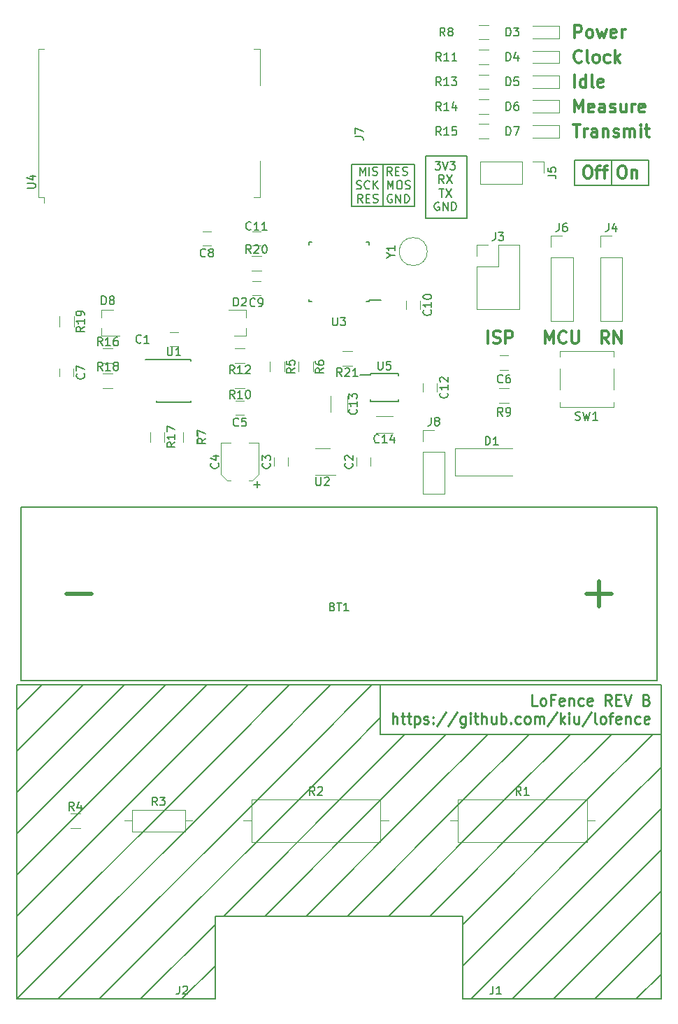
<source format=gto>
G04 #@! TF.GenerationSoftware,KiCad,Pcbnew,(5.0.0)*
G04 #@! TF.CreationDate,2019-07-08T16:39:32+02:00*
G04 #@! TF.ProjectId,lofence,6C6F66656E63652E6B696361645F7063,rev?*
G04 #@! TF.SameCoordinates,Original*
G04 #@! TF.FileFunction,Legend,Top*
G04 #@! TF.FilePolarity,Positive*
%FSLAX46Y46*%
G04 Gerber Fmt 4.6, Leading zero omitted, Abs format (unit mm)*
G04 Created by KiCad (PCBNEW (5.0.0)) date 07/08/19 16:39:32*
%MOMM*%
%LPD*%
G01*
G04 APERTURE LIST*
%ADD10C,0.300000*%
%ADD11C,0.200000*%
%ADD12C,0.150000*%
%ADD13C,0.250000*%
%ADD14C,0.500000*%
%ADD15C,0.120000*%
G04 APERTURE END LIST*
D10*
X92035714Y-87678571D02*
X92035714Y-86178571D01*
X92678571Y-87607142D02*
X92892857Y-87678571D01*
X93250000Y-87678571D01*
X93392857Y-87607142D01*
X93464285Y-87535714D01*
X93535714Y-87392857D01*
X93535714Y-87250000D01*
X93464285Y-87107142D01*
X93392857Y-87035714D01*
X93250000Y-86964285D01*
X92964285Y-86892857D01*
X92821428Y-86821428D01*
X92750000Y-86750000D01*
X92678571Y-86607142D01*
X92678571Y-86464285D01*
X92750000Y-86321428D01*
X92821428Y-86250000D01*
X92964285Y-86178571D01*
X93321428Y-86178571D01*
X93535714Y-86250000D01*
X94178571Y-87678571D02*
X94178571Y-86178571D01*
X94750000Y-86178571D01*
X94892857Y-86250000D01*
X94964285Y-86321428D01*
X95035714Y-86464285D01*
X95035714Y-86678571D01*
X94964285Y-86821428D01*
X94892857Y-86892857D01*
X94750000Y-86964285D01*
X94178571Y-86964285D01*
X106678571Y-87678571D02*
X106178571Y-86964285D01*
X105821428Y-87678571D02*
X105821428Y-86178571D01*
X106392857Y-86178571D01*
X106535714Y-86250000D01*
X106607142Y-86321428D01*
X106678571Y-86464285D01*
X106678571Y-86678571D01*
X106607142Y-86821428D01*
X106535714Y-86892857D01*
X106392857Y-86964285D01*
X105821428Y-86964285D01*
X107321428Y-87678571D02*
X107321428Y-86178571D01*
X108178571Y-87678571D01*
X108178571Y-86178571D01*
X98964285Y-87678571D02*
X98964285Y-86178571D01*
X99464285Y-87250000D01*
X99964285Y-86178571D01*
X99964285Y-87678571D01*
X101535714Y-87535714D02*
X101464285Y-87607142D01*
X101250000Y-87678571D01*
X101107142Y-87678571D01*
X100892857Y-87607142D01*
X100750000Y-87464285D01*
X100678571Y-87321428D01*
X100607142Y-87035714D01*
X100607142Y-86821428D01*
X100678571Y-86535714D01*
X100750000Y-86392857D01*
X100892857Y-86250000D01*
X101107142Y-86178571D01*
X101250000Y-86178571D01*
X101464285Y-86250000D01*
X101535714Y-86321428D01*
X102178571Y-86178571D02*
X102178571Y-87392857D01*
X102250000Y-87535714D01*
X102321428Y-87607142D01*
X102464285Y-87678571D01*
X102750000Y-87678571D01*
X102892857Y-87607142D01*
X102964285Y-87535714D01*
X103035714Y-87392857D01*
X103035714Y-86178571D01*
D11*
X84500000Y-72500000D02*
X84500000Y-65000000D01*
X89500000Y-72500000D02*
X84500000Y-72500000D01*
X89500000Y-65000000D02*
X89500000Y-72500000D01*
X84500000Y-65000000D02*
X89500000Y-65000000D01*
X35000000Y-132000000D02*
X38000000Y-129000000D01*
X35000000Y-137000000D02*
X43000000Y-129000000D01*
X109000000Y-143000000D02*
X113000000Y-139000000D01*
X104000000Y-143000000D02*
X112000000Y-135000000D01*
X99000000Y-143000000D02*
X107000000Y-135000000D01*
X94000000Y-143000000D02*
X102000000Y-135000000D01*
X89000000Y-143000000D02*
X97000000Y-135000000D01*
X84000000Y-143000000D02*
X92000000Y-135000000D01*
X79000000Y-143000000D02*
X87000000Y-135000000D01*
X79000000Y-138000000D02*
X82000000Y-135000000D01*
X75000000Y-137000000D02*
X79000000Y-133000000D01*
X70000000Y-137000000D02*
X78000000Y-129000000D01*
X65000000Y-137000000D02*
X73000000Y-129000000D01*
X60000000Y-137000000D02*
X68000000Y-129000000D01*
X55000000Y-137000000D02*
X63000000Y-129000000D01*
X50000000Y-137000000D02*
X58000000Y-129000000D01*
X45000000Y-137000000D02*
X53000000Y-129000000D01*
X40000000Y-137000000D02*
X48000000Y-129000000D01*
X35000000Y-167000000D02*
X35000000Y-129000000D01*
X113000000Y-129000000D02*
X113000000Y-167000000D01*
X35000000Y-129000000D02*
X113000000Y-129000000D01*
X79000000Y-135000000D02*
X79000000Y-129000000D01*
X109000000Y-143000000D02*
X89000000Y-163000000D01*
X104000000Y-143000000D02*
X89000000Y-158000000D01*
X99000000Y-143000000D02*
X85000000Y-157000000D01*
X94000000Y-143000000D02*
X80000000Y-157000000D01*
X89000000Y-143000000D02*
X75000000Y-157000000D01*
X84000000Y-143000000D02*
X70000000Y-157000000D01*
X79000000Y-143000000D02*
X65000000Y-157000000D01*
X79000000Y-138000000D02*
X60000000Y-157000000D01*
X113000000Y-135000000D02*
X79000000Y-135000000D01*
X110000000Y-167000000D02*
X113000000Y-164000000D01*
X100000000Y-167000000D02*
X113000000Y-154000000D01*
X90000000Y-167000000D02*
X113000000Y-144000000D01*
X50000000Y-167000000D02*
X59000000Y-158000000D01*
X70000000Y-137000000D02*
X40000000Y-167000000D01*
X60000000Y-137000000D02*
X35000000Y-162000000D01*
X50000000Y-137000000D02*
X35000000Y-152000000D01*
X40000000Y-137000000D02*
X35000000Y-142000000D01*
X55000000Y-167000000D02*
X59000000Y-163000000D01*
X105000000Y-167000000D02*
X113000000Y-159000000D01*
X95000000Y-167000000D02*
X113000000Y-149000000D01*
X75000000Y-137000000D02*
X45000000Y-167000000D01*
X65000000Y-137000000D02*
X35000000Y-167000000D01*
X55000000Y-137000000D02*
X35000000Y-157000000D01*
X45000000Y-137000000D02*
X35000000Y-147000000D01*
X59000000Y-167000000D02*
X35000000Y-167000000D01*
X59000000Y-157000000D02*
X59000000Y-167000000D01*
X89000000Y-157000000D02*
X59000000Y-157000000D01*
X89000000Y-167000000D02*
X89000000Y-157000000D01*
X113000000Y-167000000D02*
X89000000Y-167000000D01*
X107000000Y-68500000D02*
X107000000Y-65500000D01*
X102500000Y-68500000D02*
X102500000Y-65500000D01*
X111500000Y-68500000D02*
X102500000Y-68500000D01*
X111500000Y-65500000D02*
X111500000Y-68500000D01*
X102500000Y-65500000D02*
X111500000Y-65500000D01*
D10*
X104000000Y-66178571D02*
X104285714Y-66178571D01*
X104428571Y-66250000D01*
X104571428Y-66392857D01*
X104642857Y-66678571D01*
X104642857Y-67178571D01*
X104571428Y-67464285D01*
X104428571Y-67607142D01*
X104285714Y-67678571D01*
X104000000Y-67678571D01*
X103857142Y-67607142D01*
X103714285Y-67464285D01*
X103642857Y-67178571D01*
X103642857Y-66678571D01*
X103714285Y-66392857D01*
X103857142Y-66250000D01*
X104000000Y-66178571D01*
X105071428Y-66678571D02*
X105642857Y-66678571D01*
X105285714Y-67678571D02*
X105285714Y-66392857D01*
X105357142Y-66250000D01*
X105500000Y-66178571D01*
X105642857Y-66178571D01*
X105928571Y-66678571D02*
X106500000Y-66678571D01*
X106142857Y-67678571D02*
X106142857Y-66392857D01*
X106214285Y-66250000D01*
X106357142Y-66178571D01*
X106500000Y-66178571D01*
X108178571Y-66178571D02*
X108464285Y-66178571D01*
X108607142Y-66250000D01*
X108750000Y-66392857D01*
X108821428Y-66678571D01*
X108821428Y-67178571D01*
X108750000Y-67464285D01*
X108607142Y-67607142D01*
X108464285Y-67678571D01*
X108178571Y-67678571D01*
X108035714Y-67607142D01*
X107892857Y-67464285D01*
X107821428Y-67178571D01*
X107821428Y-66678571D01*
X107892857Y-66392857D01*
X108035714Y-66250000D01*
X108178571Y-66178571D01*
X109464285Y-66678571D02*
X109464285Y-67678571D01*
X109464285Y-66821428D02*
X109535714Y-66750000D01*
X109678571Y-66678571D01*
X109892857Y-66678571D01*
X110035714Y-66750000D01*
X110107142Y-66892857D01*
X110107142Y-67678571D01*
X102337857Y-61178571D02*
X103195000Y-61178571D01*
X102766428Y-62678571D02*
X102766428Y-61178571D01*
X103695000Y-62678571D02*
X103695000Y-61678571D01*
X103695000Y-61964285D02*
X103766428Y-61821428D01*
X103837857Y-61750000D01*
X103980714Y-61678571D01*
X104123571Y-61678571D01*
X105266428Y-62678571D02*
X105266428Y-61892857D01*
X105195000Y-61750000D01*
X105052142Y-61678571D01*
X104766428Y-61678571D01*
X104623571Y-61750000D01*
X105266428Y-62607142D02*
X105123571Y-62678571D01*
X104766428Y-62678571D01*
X104623571Y-62607142D01*
X104552142Y-62464285D01*
X104552142Y-62321428D01*
X104623571Y-62178571D01*
X104766428Y-62107142D01*
X105123571Y-62107142D01*
X105266428Y-62035714D01*
X105980714Y-61678571D02*
X105980714Y-62678571D01*
X105980714Y-61821428D02*
X106052142Y-61750000D01*
X106195000Y-61678571D01*
X106409285Y-61678571D01*
X106552142Y-61750000D01*
X106623571Y-61892857D01*
X106623571Y-62678571D01*
X107266428Y-62607142D02*
X107409285Y-62678571D01*
X107695000Y-62678571D01*
X107837857Y-62607142D01*
X107909285Y-62464285D01*
X107909285Y-62392857D01*
X107837857Y-62250000D01*
X107695000Y-62178571D01*
X107480714Y-62178571D01*
X107337857Y-62107142D01*
X107266428Y-61964285D01*
X107266428Y-61892857D01*
X107337857Y-61750000D01*
X107480714Y-61678571D01*
X107695000Y-61678571D01*
X107837857Y-61750000D01*
X108552142Y-62678571D02*
X108552142Y-61678571D01*
X108552142Y-61821428D02*
X108623571Y-61750000D01*
X108766428Y-61678571D01*
X108980714Y-61678571D01*
X109123571Y-61750000D01*
X109195000Y-61892857D01*
X109195000Y-62678571D01*
X109195000Y-61892857D02*
X109266428Y-61750000D01*
X109409285Y-61678571D01*
X109623571Y-61678571D01*
X109766428Y-61750000D01*
X109837857Y-61892857D01*
X109837857Y-62678571D01*
X110552142Y-62678571D02*
X110552142Y-61678571D01*
X110552142Y-61178571D02*
X110480714Y-61250000D01*
X110552142Y-61321428D01*
X110623571Y-61250000D01*
X110552142Y-61178571D01*
X110552142Y-61321428D01*
X111052142Y-61678571D02*
X111623571Y-61678571D01*
X111266428Y-61178571D02*
X111266428Y-62464285D01*
X111337857Y-62607142D01*
X111480714Y-62678571D01*
X111623571Y-62678571D01*
X102552142Y-59678571D02*
X102552142Y-58178571D01*
X103052142Y-59250000D01*
X103552142Y-58178571D01*
X103552142Y-59678571D01*
X104837857Y-59607142D02*
X104695000Y-59678571D01*
X104409285Y-59678571D01*
X104266428Y-59607142D01*
X104195000Y-59464285D01*
X104195000Y-58892857D01*
X104266428Y-58750000D01*
X104409285Y-58678571D01*
X104695000Y-58678571D01*
X104837857Y-58750000D01*
X104909285Y-58892857D01*
X104909285Y-59035714D01*
X104195000Y-59178571D01*
X106195000Y-59678571D02*
X106195000Y-58892857D01*
X106123571Y-58750000D01*
X105980714Y-58678571D01*
X105695000Y-58678571D01*
X105552142Y-58750000D01*
X106195000Y-59607142D02*
X106052142Y-59678571D01*
X105695000Y-59678571D01*
X105552142Y-59607142D01*
X105480714Y-59464285D01*
X105480714Y-59321428D01*
X105552142Y-59178571D01*
X105695000Y-59107142D01*
X106052142Y-59107142D01*
X106195000Y-59035714D01*
X106837857Y-59607142D02*
X106980714Y-59678571D01*
X107266428Y-59678571D01*
X107409285Y-59607142D01*
X107480714Y-59464285D01*
X107480714Y-59392857D01*
X107409285Y-59250000D01*
X107266428Y-59178571D01*
X107052142Y-59178571D01*
X106909285Y-59107142D01*
X106837857Y-58964285D01*
X106837857Y-58892857D01*
X106909285Y-58750000D01*
X107052142Y-58678571D01*
X107266428Y-58678571D01*
X107409285Y-58750000D01*
X108766428Y-58678571D02*
X108766428Y-59678571D01*
X108123571Y-58678571D02*
X108123571Y-59464285D01*
X108195000Y-59607142D01*
X108337857Y-59678571D01*
X108552142Y-59678571D01*
X108695000Y-59607142D01*
X108766428Y-59535714D01*
X109480714Y-59678571D02*
X109480714Y-58678571D01*
X109480714Y-58964285D02*
X109552142Y-58821428D01*
X109623571Y-58750000D01*
X109766428Y-58678571D01*
X109909285Y-58678571D01*
X110980714Y-59607142D02*
X110837857Y-59678571D01*
X110552142Y-59678571D01*
X110409285Y-59607142D01*
X110337857Y-59464285D01*
X110337857Y-58892857D01*
X110409285Y-58750000D01*
X110552142Y-58678571D01*
X110837857Y-58678571D01*
X110980714Y-58750000D01*
X111052142Y-58892857D01*
X111052142Y-59035714D01*
X110337857Y-59178571D01*
X102552142Y-56678571D02*
X102552142Y-55178571D01*
X103909285Y-56678571D02*
X103909285Y-55178571D01*
X103909285Y-56607142D02*
X103766428Y-56678571D01*
X103480714Y-56678571D01*
X103337857Y-56607142D01*
X103266428Y-56535714D01*
X103195000Y-56392857D01*
X103195000Y-55964285D01*
X103266428Y-55821428D01*
X103337857Y-55750000D01*
X103480714Y-55678571D01*
X103766428Y-55678571D01*
X103909285Y-55750000D01*
X104837857Y-56678571D02*
X104695000Y-56607142D01*
X104623571Y-56464285D01*
X104623571Y-55178571D01*
X105980714Y-56607142D02*
X105837857Y-56678571D01*
X105552142Y-56678571D01*
X105409285Y-56607142D01*
X105337857Y-56464285D01*
X105337857Y-55892857D01*
X105409285Y-55750000D01*
X105552142Y-55678571D01*
X105837857Y-55678571D01*
X105980714Y-55750000D01*
X106052142Y-55892857D01*
X106052142Y-56035714D01*
X105337857Y-56178571D01*
X103409285Y-53535714D02*
X103337857Y-53607142D01*
X103123571Y-53678571D01*
X102980714Y-53678571D01*
X102766428Y-53607142D01*
X102623571Y-53464285D01*
X102552142Y-53321428D01*
X102480714Y-53035714D01*
X102480714Y-52821428D01*
X102552142Y-52535714D01*
X102623571Y-52392857D01*
X102766428Y-52250000D01*
X102980714Y-52178571D01*
X103123571Y-52178571D01*
X103337857Y-52250000D01*
X103409285Y-52321428D01*
X104266428Y-53678571D02*
X104123571Y-53607142D01*
X104052142Y-53464285D01*
X104052142Y-52178571D01*
X105052142Y-53678571D02*
X104909285Y-53607142D01*
X104837857Y-53535714D01*
X104766428Y-53392857D01*
X104766428Y-52964285D01*
X104837857Y-52821428D01*
X104909285Y-52750000D01*
X105052142Y-52678571D01*
X105266428Y-52678571D01*
X105409285Y-52750000D01*
X105480714Y-52821428D01*
X105552142Y-52964285D01*
X105552142Y-53392857D01*
X105480714Y-53535714D01*
X105409285Y-53607142D01*
X105266428Y-53678571D01*
X105052142Y-53678571D01*
X106837857Y-53607142D02*
X106695000Y-53678571D01*
X106409285Y-53678571D01*
X106266428Y-53607142D01*
X106195000Y-53535714D01*
X106123571Y-53392857D01*
X106123571Y-52964285D01*
X106195000Y-52821428D01*
X106266428Y-52750000D01*
X106409285Y-52678571D01*
X106695000Y-52678571D01*
X106837857Y-52750000D01*
X107480714Y-53678571D02*
X107480714Y-52178571D01*
X107623571Y-53107142D02*
X108052142Y-53678571D01*
X108052142Y-52678571D02*
X107480714Y-53250000D01*
X102552142Y-50678571D02*
X102552142Y-49178571D01*
X103123571Y-49178571D01*
X103266428Y-49250000D01*
X103337857Y-49321428D01*
X103409285Y-49464285D01*
X103409285Y-49678571D01*
X103337857Y-49821428D01*
X103266428Y-49892857D01*
X103123571Y-49964285D01*
X102552142Y-49964285D01*
X104266428Y-50678571D02*
X104123571Y-50607142D01*
X104052142Y-50535714D01*
X103980714Y-50392857D01*
X103980714Y-49964285D01*
X104052142Y-49821428D01*
X104123571Y-49750000D01*
X104266428Y-49678571D01*
X104480714Y-49678571D01*
X104623571Y-49750000D01*
X104695000Y-49821428D01*
X104766428Y-49964285D01*
X104766428Y-50392857D01*
X104695000Y-50535714D01*
X104623571Y-50607142D01*
X104480714Y-50678571D01*
X104266428Y-50678571D01*
X105266428Y-49678571D02*
X105552142Y-50678571D01*
X105837857Y-49964285D01*
X106123571Y-50678571D01*
X106409285Y-49678571D01*
X107552142Y-50607142D02*
X107409285Y-50678571D01*
X107123571Y-50678571D01*
X106980714Y-50607142D01*
X106909285Y-50464285D01*
X106909285Y-49892857D01*
X106980714Y-49750000D01*
X107123571Y-49678571D01*
X107409285Y-49678571D01*
X107552142Y-49750000D01*
X107623571Y-49892857D01*
X107623571Y-50035714D01*
X106909285Y-50178571D01*
X108266428Y-50678571D02*
X108266428Y-49678571D01*
X108266428Y-49964285D02*
X108337857Y-49821428D01*
X108409285Y-49750000D01*
X108552142Y-49678571D01*
X108695000Y-49678571D01*
D11*
X79375000Y-71065000D02*
X79375000Y-65985000D01*
X75565000Y-65985000D02*
X79375000Y-65985000D01*
X75565000Y-71065000D02*
X75565000Y-65985000D01*
X83185000Y-71065000D02*
X75565000Y-71065000D01*
X83185000Y-65985000D02*
X83185000Y-71065000D01*
X79375000Y-65985000D02*
X83185000Y-65985000D01*
D12*
X76517857Y-67327380D02*
X76517857Y-66327380D01*
X76851190Y-67041666D01*
X77184523Y-66327380D01*
X77184523Y-67327380D01*
X77660714Y-67327380D02*
X77660714Y-66327380D01*
X78089285Y-67279761D02*
X78232142Y-67327380D01*
X78470238Y-67327380D01*
X78565476Y-67279761D01*
X78613095Y-67232142D01*
X78660714Y-67136904D01*
X78660714Y-67041666D01*
X78613095Y-66946428D01*
X78565476Y-66898809D01*
X78470238Y-66851190D01*
X78279761Y-66803571D01*
X78184523Y-66755952D01*
X78136904Y-66708333D01*
X78089285Y-66613095D01*
X78089285Y-66517857D01*
X78136904Y-66422619D01*
X78184523Y-66375000D01*
X78279761Y-66327380D01*
X78517857Y-66327380D01*
X78660714Y-66375000D01*
X80422619Y-67327380D02*
X80089285Y-66851190D01*
X79851190Y-67327380D02*
X79851190Y-66327380D01*
X80232142Y-66327380D01*
X80327380Y-66375000D01*
X80375000Y-66422619D01*
X80422619Y-66517857D01*
X80422619Y-66660714D01*
X80375000Y-66755952D01*
X80327380Y-66803571D01*
X80232142Y-66851190D01*
X79851190Y-66851190D01*
X80851190Y-66803571D02*
X81184523Y-66803571D01*
X81327380Y-67327380D02*
X80851190Y-67327380D01*
X80851190Y-66327380D01*
X81327380Y-66327380D01*
X81708333Y-67279761D02*
X81851190Y-67327380D01*
X82089285Y-67327380D01*
X82184523Y-67279761D01*
X82232142Y-67232142D01*
X82279761Y-67136904D01*
X82279761Y-67041666D01*
X82232142Y-66946428D01*
X82184523Y-66898809D01*
X82089285Y-66851190D01*
X81898809Y-66803571D01*
X81803571Y-66755952D01*
X81755952Y-66708333D01*
X81708333Y-66613095D01*
X81708333Y-66517857D01*
X81755952Y-66422619D01*
X81803571Y-66375000D01*
X81898809Y-66327380D01*
X82136904Y-66327380D01*
X82279761Y-66375000D01*
X76136904Y-68929761D02*
X76279761Y-68977380D01*
X76517857Y-68977380D01*
X76613095Y-68929761D01*
X76660714Y-68882142D01*
X76708333Y-68786904D01*
X76708333Y-68691666D01*
X76660714Y-68596428D01*
X76613095Y-68548809D01*
X76517857Y-68501190D01*
X76327380Y-68453571D01*
X76232142Y-68405952D01*
X76184523Y-68358333D01*
X76136904Y-68263095D01*
X76136904Y-68167857D01*
X76184523Y-68072619D01*
X76232142Y-68025000D01*
X76327380Y-67977380D01*
X76565476Y-67977380D01*
X76708333Y-68025000D01*
X77708333Y-68882142D02*
X77660714Y-68929761D01*
X77517857Y-68977380D01*
X77422619Y-68977380D01*
X77279761Y-68929761D01*
X77184523Y-68834523D01*
X77136904Y-68739285D01*
X77089285Y-68548809D01*
X77089285Y-68405952D01*
X77136904Y-68215476D01*
X77184523Y-68120238D01*
X77279761Y-68025000D01*
X77422619Y-67977380D01*
X77517857Y-67977380D01*
X77660714Y-68025000D01*
X77708333Y-68072619D01*
X78136904Y-68977380D02*
X78136904Y-67977380D01*
X78708333Y-68977380D02*
X78279761Y-68405952D01*
X78708333Y-67977380D02*
X78136904Y-68548809D01*
X79898809Y-68977380D02*
X79898809Y-67977380D01*
X80232142Y-68691666D01*
X80565476Y-67977380D01*
X80565476Y-68977380D01*
X81232142Y-67977380D02*
X81422619Y-67977380D01*
X81517857Y-68025000D01*
X81613095Y-68120238D01*
X81660714Y-68310714D01*
X81660714Y-68644047D01*
X81613095Y-68834523D01*
X81517857Y-68929761D01*
X81422619Y-68977380D01*
X81232142Y-68977380D01*
X81136904Y-68929761D01*
X81041666Y-68834523D01*
X80994047Y-68644047D01*
X80994047Y-68310714D01*
X81041666Y-68120238D01*
X81136904Y-68025000D01*
X81232142Y-67977380D01*
X82041666Y-68929761D02*
X82184523Y-68977380D01*
X82422619Y-68977380D01*
X82517857Y-68929761D01*
X82565476Y-68882142D01*
X82613095Y-68786904D01*
X82613095Y-68691666D01*
X82565476Y-68596428D01*
X82517857Y-68548809D01*
X82422619Y-68501190D01*
X82232142Y-68453571D01*
X82136904Y-68405952D01*
X82089285Y-68358333D01*
X82041666Y-68263095D01*
X82041666Y-68167857D01*
X82089285Y-68072619D01*
X82136904Y-68025000D01*
X82232142Y-67977380D01*
X82470238Y-67977380D01*
X82613095Y-68025000D01*
X76851190Y-70627380D02*
X76517857Y-70151190D01*
X76279761Y-70627380D02*
X76279761Y-69627380D01*
X76660714Y-69627380D01*
X76755952Y-69675000D01*
X76803571Y-69722619D01*
X76851190Y-69817857D01*
X76851190Y-69960714D01*
X76803571Y-70055952D01*
X76755952Y-70103571D01*
X76660714Y-70151190D01*
X76279761Y-70151190D01*
X77279761Y-70103571D02*
X77613095Y-70103571D01*
X77755952Y-70627380D02*
X77279761Y-70627380D01*
X77279761Y-69627380D01*
X77755952Y-69627380D01*
X78136904Y-70579761D02*
X78279761Y-70627380D01*
X78517857Y-70627380D01*
X78613095Y-70579761D01*
X78660714Y-70532142D01*
X78708333Y-70436904D01*
X78708333Y-70341666D01*
X78660714Y-70246428D01*
X78613095Y-70198809D01*
X78517857Y-70151190D01*
X78327380Y-70103571D01*
X78232142Y-70055952D01*
X78184523Y-70008333D01*
X78136904Y-69913095D01*
X78136904Y-69817857D01*
X78184523Y-69722619D01*
X78232142Y-69675000D01*
X78327380Y-69627380D01*
X78565476Y-69627380D01*
X78708333Y-69675000D01*
X80422619Y-69675000D02*
X80327380Y-69627380D01*
X80184523Y-69627380D01*
X80041666Y-69675000D01*
X79946428Y-69770238D01*
X79898809Y-69865476D01*
X79851190Y-70055952D01*
X79851190Y-70198809D01*
X79898809Y-70389285D01*
X79946428Y-70484523D01*
X80041666Y-70579761D01*
X80184523Y-70627380D01*
X80279761Y-70627380D01*
X80422619Y-70579761D01*
X80470238Y-70532142D01*
X80470238Y-70198809D01*
X80279761Y-70198809D01*
X80898809Y-70627380D02*
X80898809Y-69627380D01*
X81470238Y-70627380D01*
X81470238Y-69627380D01*
X81946428Y-70627380D02*
X81946428Y-69627380D01*
X82184523Y-69627380D01*
X82327380Y-69675000D01*
X82422619Y-69770238D01*
X82470238Y-69865476D01*
X82517857Y-70055952D01*
X82517857Y-70198809D01*
X82470238Y-70389285D01*
X82422619Y-70484523D01*
X82327380Y-70579761D01*
X82184523Y-70627380D01*
X81946428Y-70627380D01*
X85651904Y-65637380D02*
X86270952Y-65637380D01*
X85937619Y-66018333D01*
X86080476Y-66018333D01*
X86175714Y-66065952D01*
X86223333Y-66113571D01*
X86270952Y-66208809D01*
X86270952Y-66446904D01*
X86223333Y-66542142D01*
X86175714Y-66589761D01*
X86080476Y-66637380D01*
X85794761Y-66637380D01*
X85699523Y-66589761D01*
X85651904Y-66542142D01*
X86556666Y-65637380D02*
X86890000Y-66637380D01*
X87223333Y-65637380D01*
X87461428Y-65637380D02*
X88080476Y-65637380D01*
X87747142Y-66018333D01*
X87890000Y-66018333D01*
X87985238Y-66065952D01*
X88032857Y-66113571D01*
X88080476Y-66208809D01*
X88080476Y-66446904D01*
X88032857Y-66542142D01*
X87985238Y-66589761D01*
X87890000Y-66637380D01*
X87604285Y-66637380D01*
X87509047Y-66589761D01*
X87461428Y-66542142D01*
X86723333Y-68287380D02*
X86390000Y-67811190D01*
X86151904Y-68287380D02*
X86151904Y-67287380D01*
X86532857Y-67287380D01*
X86628095Y-67335000D01*
X86675714Y-67382619D01*
X86723333Y-67477857D01*
X86723333Y-67620714D01*
X86675714Y-67715952D01*
X86628095Y-67763571D01*
X86532857Y-67811190D01*
X86151904Y-67811190D01*
X87056666Y-67287380D02*
X87723333Y-68287380D01*
X87723333Y-67287380D02*
X87056666Y-68287380D01*
X86128095Y-68937380D02*
X86699523Y-68937380D01*
X86413809Y-69937380D02*
X86413809Y-68937380D01*
X86937619Y-68937380D02*
X87604285Y-69937380D01*
X87604285Y-68937380D02*
X86937619Y-69937380D01*
X86128095Y-70635000D02*
X86032857Y-70587380D01*
X85890000Y-70587380D01*
X85747142Y-70635000D01*
X85651904Y-70730238D01*
X85604285Y-70825476D01*
X85556666Y-71015952D01*
X85556666Y-71158809D01*
X85604285Y-71349285D01*
X85651904Y-71444523D01*
X85747142Y-71539761D01*
X85890000Y-71587380D01*
X85985238Y-71587380D01*
X86128095Y-71539761D01*
X86175714Y-71492142D01*
X86175714Y-71158809D01*
X85985238Y-71158809D01*
X86604285Y-71587380D02*
X86604285Y-70587380D01*
X87175714Y-71587380D01*
X87175714Y-70587380D01*
X87651904Y-71587380D02*
X87651904Y-70587380D01*
X87890000Y-70587380D01*
X88032857Y-70635000D01*
X88128095Y-70730238D01*
X88175714Y-70825476D01*
X88223333Y-71015952D01*
X88223333Y-71158809D01*
X88175714Y-71349285D01*
X88128095Y-71444523D01*
X88032857Y-71539761D01*
X87890000Y-71587380D01*
X87651904Y-71587380D01*
D13*
X98032738Y-131488095D02*
X97413690Y-131488095D01*
X97413690Y-130188095D01*
X98651785Y-131488095D02*
X98527976Y-131426190D01*
X98466071Y-131364285D01*
X98404166Y-131240476D01*
X98404166Y-130869047D01*
X98466071Y-130745238D01*
X98527976Y-130683333D01*
X98651785Y-130621428D01*
X98837500Y-130621428D01*
X98961309Y-130683333D01*
X99023214Y-130745238D01*
X99085119Y-130869047D01*
X99085119Y-131240476D01*
X99023214Y-131364285D01*
X98961309Y-131426190D01*
X98837500Y-131488095D01*
X98651785Y-131488095D01*
X100075595Y-130807142D02*
X99642261Y-130807142D01*
X99642261Y-131488095D02*
X99642261Y-130188095D01*
X100261309Y-130188095D01*
X101251785Y-131426190D02*
X101127976Y-131488095D01*
X100880357Y-131488095D01*
X100756547Y-131426190D01*
X100694642Y-131302380D01*
X100694642Y-130807142D01*
X100756547Y-130683333D01*
X100880357Y-130621428D01*
X101127976Y-130621428D01*
X101251785Y-130683333D01*
X101313690Y-130807142D01*
X101313690Y-130930952D01*
X100694642Y-131054761D01*
X101870833Y-130621428D02*
X101870833Y-131488095D01*
X101870833Y-130745238D02*
X101932738Y-130683333D01*
X102056547Y-130621428D01*
X102242261Y-130621428D01*
X102366071Y-130683333D01*
X102427976Y-130807142D01*
X102427976Y-131488095D01*
X103604166Y-131426190D02*
X103480357Y-131488095D01*
X103232738Y-131488095D01*
X103108928Y-131426190D01*
X103047023Y-131364285D01*
X102985119Y-131240476D01*
X102985119Y-130869047D01*
X103047023Y-130745238D01*
X103108928Y-130683333D01*
X103232738Y-130621428D01*
X103480357Y-130621428D01*
X103604166Y-130683333D01*
X104656547Y-131426190D02*
X104532738Y-131488095D01*
X104285119Y-131488095D01*
X104161309Y-131426190D01*
X104099404Y-131302380D01*
X104099404Y-130807142D01*
X104161309Y-130683333D01*
X104285119Y-130621428D01*
X104532738Y-130621428D01*
X104656547Y-130683333D01*
X104718452Y-130807142D01*
X104718452Y-130930952D01*
X104099404Y-131054761D01*
X107008928Y-131488095D02*
X106575595Y-130869047D01*
X106266071Y-131488095D02*
X106266071Y-130188095D01*
X106761309Y-130188095D01*
X106885119Y-130250000D01*
X106947023Y-130311904D01*
X107008928Y-130435714D01*
X107008928Y-130621428D01*
X106947023Y-130745238D01*
X106885119Y-130807142D01*
X106761309Y-130869047D01*
X106266071Y-130869047D01*
X107566071Y-130807142D02*
X107999404Y-130807142D01*
X108185119Y-131488095D02*
X107566071Y-131488095D01*
X107566071Y-130188095D01*
X108185119Y-130188095D01*
X108556547Y-130188095D02*
X108989880Y-131488095D01*
X109423214Y-130188095D01*
X111280357Y-130807142D02*
X111466071Y-130869047D01*
X111527976Y-130930952D01*
X111589880Y-131054761D01*
X111589880Y-131240476D01*
X111527976Y-131364285D01*
X111466071Y-131426190D01*
X111342261Y-131488095D01*
X110847023Y-131488095D01*
X110847023Y-130188095D01*
X111280357Y-130188095D01*
X111404166Y-130250000D01*
X111466071Y-130311904D01*
X111527976Y-130435714D01*
X111527976Y-130559523D01*
X111466071Y-130683333D01*
X111404166Y-130745238D01*
X111280357Y-130807142D01*
X110847023Y-130807142D01*
X80513690Y-133688095D02*
X80513690Y-132388095D01*
X81070833Y-133688095D02*
X81070833Y-133007142D01*
X81008928Y-132883333D01*
X80885119Y-132821428D01*
X80699404Y-132821428D01*
X80575595Y-132883333D01*
X80513690Y-132945238D01*
X81504166Y-132821428D02*
X81999404Y-132821428D01*
X81689880Y-132388095D02*
X81689880Y-133502380D01*
X81751785Y-133626190D01*
X81875595Y-133688095D01*
X81999404Y-133688095D01*
X82247023Y-132821428D02*
X82742261Y-132821428D01*
X82432738Y-132388095D02*
X82432738Y-133502380D01*
X82494642Y-133626190D01*
X82618452Y-133688095D01*
X82742261Y-133688095D01*
X83175595Y-132821428D02*
X83175595Y-134121428D01*
X83175595Y-132883333D02*
X83299404Y-132821428D01*
X83547023Y-132821428D01*
X83670833Y-132883333D01*
X83732738Y-132945238D01*
X83794642Y-133069047D01*
X83794642Y-133440476D01*
X83732738Y-133564285D01*
X83670833Y-133626190D01*
X83547023Y-133688095D01*
X83299404Y-133688095D01*
X83175595Y-133626190D01*
X84289880Y-133626190D02*
X84413690Y-133688095D01*
X84661309Y-133688095D01*
X84785119Y-133626190D01*
X84847023Y-133502380D01*
X84847023Y-133440476D01*
X84785119Y-133316666D01*
X84661309Y-133254761D01*
X84475595Y-133254761D01*
X84351785Y-133192857D01*
X84289880Y-133069047D01*
X84289880Y-133007142D01*
X84351785Y-132883333D01*
X84475595Y-132821428D01*
X84661309Y-132821428D01*
X84785119Y-132883333D01*
X85404166Y-133564285D02*
X85466071Y-133626190D01*
X85404166Y-133688095D01*
X85342261Y-133626190D01*
X85404166Y-133564285D01*
X85404166Y-133688095D01*
X85404166Y-132883333D02*
X85466071Y-132945238D01*
X85404166Y-133007142D01*
X85342261Y-132945238D01*
X85404166Y-132883333D01*
X85404166Y-133007142D01*
X86951785Y-132326190D02*
X85837499Y-133997619D01*
X88313690Y-132326190D02*
X87199404Y-133997619D01*
X89304166Y-132821428D02*
X89304166Y-133873809D01*
X89242261Y-133997619D01*
X89180357Y-134059523D01*
X89056547Y-134121428D01*
X88870833Y-134121428D01*
X88747023Y-134059523D01*
X89304166Y-133626190D02*
X89180357Y-133688095D01*
X88932738Y-133688095D01*
X88808928Y-133626190D01*
X88747023Y-133564285D01*
X88685119Y-133440476D01*
X88685119Y-133069047D01*
X88747023Y-132945238D01*
X88808928Y-132883333D01*
X88932738Y-132821428D01*
X89180357Y-132821428D01*
X89304166Y-132883333D01*
X89923214Y-133688095D02*
X89923214Y-132821428D01*
X89923214Y-132388095D02*
X89861309Y-132450000D01*
X89923214Y-132511904D01*
X89985119Y-132450000D01*
X89923214Y-132388095D01*
X89923214Y-132511904D01*
X90356547Y-132821428D02*
X90851785Y-132821428D01*
X90542261Y-132388095D02*
X90542261Y-133502380D01*
X90604166Y-133626190D01*
X90727976Y-133688095D01*
X90851785Y-133688095D01*
X91285119Y-133688095D02*
X91285119Y-132388095D01*
X91842261Y-133688095D02*
X91842261Y-133007142D01*
X91780357Y-132883333D01*
X91656547Y-132821428D01*
X91470833Y-132821428D01*
X91347023Y-132883333D01*
X91285119Y-132945238D01*
X93018452Y-132821428D02*
X93018452Y-133688095D01*
X92461309Y-132821428D02*
X92461309Y-133502380D01*
X92523214Y-133626190D01*
X92647023Y-133688095D01*
X92832738Y-133688095D01*
X92956547Y-133626190D01*
X93018452Y-133564285D01*
X93637499Y-133688095D02*
X93637499Y-132388095D01*
X93637499Y-132883333D02*
X93761309Y-132821428D01*
X94008928Y-132821428D01*
X94132738Y-132883333D01*
X94194642Y-132945238D01*
X94256547Y-133069047D01*
X94256547Y-133440476D01*
X94194642Y-133564285D01*
X94132738Y-133626190D01*
X94008928Y-133688095D01*
X93761309Y-133688095D01*
X93637499Y-133626190D01*
X94813690Y-133564285D02*
X94875595Y-133626190D01*
X94813690Y-133688095D01*
X94751785Y-133626190D01*
X94813690Y-133564285D01*
X94813690Y-133688095D01*
X95989880Y-133626190D02*
X95866071Y-133688095D01*
X95618452Y-133688095D01*
X95494642Y-133626190D01*
X95432738Y-133564285D01*
X95370833Y-133440476D01*
X95370833Y-133069047D01*
X95432738Y-132945238D01*
X95494642Y-132883333D01*
X95618452Y-132821428D01*
X95866071Y-132821428D01*
X95989880Y-132883333D01*
X96732738Y-133688095D02*
X96608928Y-133626190D01*
X96547023Y-133564285D01*
X96485119Y-133440476D01*
X96485119Y-133069047D01*
X96547023Y-132945238D01*
X96608928Y-132883333D01*
X96732738Y-132821428D01*
X96918452Y-132821428D01*
X97042261Y-132883333D01*
X97104166Y-132945238D01*
X97166071Y-133069047D01*
X97166071Y-133440476D01*
X97104166Y-133564285D01*
X97042261Y-133626190D01*
X96918452Y-133688095D01*
X96732738Y-133688095D01*
X97723214Y-133688095D02*
X97723214Y-132821428D01*
X97723214Y-132945238D02*
X97785119Y-132883333D01*
X97908928Y-132821428D01*
X98094642Y-132821428D01*
X98218452Y-132883333D01*
X98280357Y-133007142D01*
X98280357Y-133688095D01*
X98280357Y-133007142D02*
X98342261Y-132883333D01*
X98466071Y-132821428D01*
X98651785Y-132821428D01*
X98775595Y-132883333D01*
X98837499Y-133007142D01*
X98837499Y-133688095D01*
X100385119Y-132326190D02*
X99270833Y-133997619D01*
X100818452Y-133688095D02*
X100818452Y-132388095D01*
X100942261Y-133192857D02*
X101313690Y-133688095D01*
X101313690Y-132821428D02*
X100818452Y-133316666D01*
X101870833Y-133688095D02*
X101870833Y-132821428D01*
X101870833Y-132388095D02*
X101808928Y-132450000D01*
X101870833Y-132511904D01*
X101932738Y-132450000D01*
X101870833Y-132388095D01*
X101870833Y-132511904D01*
X103047023Y-132821428D02*
X103047023Y-133688095D01*
X102489880Y-132821428D02*
X102489880Y-133502380D01*
X102551785Y-133626190D01*
X102675595Y-133688095D01*
X102861309Y-133688095D01*
X102985119Y-133626190D01*
X103047023Y-133564285D01*
X104594642Y-132326190D02*
X103480357Y-133997619D01*
X105213690Y-133688095D02*
X105089880Y-133626190D01*
X105027976Y-133502380D01*
X105027976Y-132388095D01*
X105894642Y-133688095D02*
X105770833Y-133626190D01*
X105708928Y-133564285D01*
X105647023Y-133440476D01*
X105647023Y-133069047D01*
X105708928Y-132945238D01*
X105770833Y-132883333D01*
X105894642Y-132821428D01*
X106080357Y-132821428D01*
X106204166Y-132883333D01*
X106266071Y-132945238D01*
X106327976Y-133069047D01*
X106327976Y-133440476D01*
X106266071Y-133564285D01*
X106204166Y-133626190D01*
X106080357Y-133688095D01*
X105894642Y-133688095D01*
X106699404Y-132821428D02*
X107194642Y-132821428D01*
X106885119Y-133688095D02*
X106885119Y-132573809D01*
X106947023Y-132450000D01*
X107070833Y-132388095D01*
X107194642Y-132388095D01*
X108123214Y-133626190D02*
X107999404Y-133688095D01*
X107751785Y-133688095D01*
X107627976Y-133626190D01*
X107566071Y-133502380D01*
X107566071Y-133007142D01*
X107627976Y-132883333D01*
X107751785Y-132821428D01*
X107999404Y-132821428D01*
X108123214Y-132883333D01*
X108185119Y-133007142D01*
X108185119Y-133130952D01*
X107566071Y-133254761D01*
X108742261Y-132821428D02*
X108742261Y-133688095D01*
X108742261Y-132945238D02*
X108804166Y-132883333D01*
X108927976Y-132821428D01*
X109113690Y-132821428D01*
X109237499Y-132883333D01*
X109299404Y-133007142D01*
X109299404Y-133688095D01*
X110475595Y-133626190D02*
X110351785Y-133688095D01*
X110104166Y-133688095D01*
X109980357Y-133626190D01*
X109918452Y-133564285D01*
X109856547Y-133440476D01*
X109856547Y-133069047D01*
X109918452Y-132945238D01*
X109980357Y-132883333D01*
X110104166Y-132821428D01*
X110351785Y-132821428D01*
X110475595Y-132883333D01*
X111527976Y-133626190D02*
X111404166Y-133688095D01*
X111156547Y-133688095D01*
X111032738Y-133626190D01*
X110970833Y-133502380D01*
X110970833Y-133007142D01*
X111032738Y-132883333D01*
X111156547Y-132821428D01*
X111404166Y-132821428D01*
X111527976Y-132883333D01*
X111589880Y-133007142D01*
X111589880Y-133130952D01*
X110970833Y-133254761D01*
D14*
G04 #@! TO.C,BT1*
X41000000Y-118000000D02*
X44000000Y-118000000D01*
X105500000Y-116500000D02*
X105500000Y-119500000D01*
X107000000Y-118000000D02*
X104000000Y-118000000D01*
D12*
X35500000Y-107500000D02*
X112500000Y-107500000D01*
X35500000Y-128500000D02*
X35500000Y-107500000D01*
X112500000Y-128500000D02*
X35500000Y-128500000D01*
X112500000Y-107500000D02*
X112500000Y-128500000D01*
D15*
G04 #@! TO.C,SW1*
X107250000Y-93250000D02*
X107250000Y-90750000D01*
X100750000Y-93250000D02*
X100750000Y-90750000D01*
X107250000Y-95400000D02*
X107250000Y-94750000D01*
X100750000Y-95400000D02*
X107250000Y-95400000D01*
X100750000Y-94750000D02*
X100750000Y-95400000D01*
X107250000Y-88600000D02*
X107250000Y-89250000D01*
X100750000Y-88600000D02*
X107250000Y-88600000D01*
X100750000Y-89250000D02*
X100750000Y-88600000D01*
G04 #@! TO.C,C9*
X63500000Y-81850000D02*
X64500000Y-81850000D01*
X64500000Y-80150000D02*
X63500000Y-80150000D01*
G04 #@! TO.C,C1*
X53500000Y-88030000D02*
X54500000Y-88030000D01*
X54500000Y-86330000D02*
X53500000Y-86330000D01*
G04 #@! TO.C,C6*
X94500000Y-89150000D02*
X93500000Y-89150000D01*
X93500000Y-90850000D02*
X94500000Y-90850000D01*
G04 #@! TO.C,C11*
X64500000Y-74150000D02*
X63500000Y-74150000D01*
X63500000Y-75850000D02*
X64500000Y-75850000D01*
G04 #@! TO.C,R4*
X42663823Y-146321599D02*
X41463823Y-146321599D01*
X41463823Y-144561599D02*
X42663823Y-144561599D01*
G04 #@! TO.C,R6*
X69120000Y-91100000D02*
X69120000Y-89900000D01*
X70880000Y-89900000D02*
X70880000Y-91100000D01*
G04 #@! TO.C,R7*
X55120000Y-99600000D02*
X55120000Y-98400000D01*
X56880000Y-98400000D02*
X56880000Y-99600000D01*
G04 #@! TO.C,R9*
X93400000Y-93120000D02*
X94600000Y-93120000D01*
X94600000Y-94880000D02*
X93400000Y-94880000D01*
G04 #@! TO.C,R10*
X61400000Y-91300000D02*
X62600000Y-91300000D01*
X62600000Y-93060000D02*
X61400000Y-93060000D01*
G04 #@! TO.C,R13*
X90900000Y-55120000D02*
X92100000Y-55120000D01*
X92100000Y-56880000D02*
X90900000Y-56880000D01*
G04 #@! TO.C,R14*
X90900000Y-58120000D02*
X92100000Y-58120000D01*
X92100000Y-59880000D02*
X90900000Y-59880000D01*
G04 #@! TO.C,R15*
X90900000Y-61120000D02*
X92100000Y-61120000D01*
X92100000Y-62880000D02*
X90900000Y-62880000D01*
G04 #@! TO.C,U2*
X72900000Y-100390000D02*
X71100000Y-100390000D01*
X71100000Y-103610000D02*
X73550000Y-103610000D01*
G04 #@! TO.C,C2*
X76150000Y-101500000D02*
X76150000Y-102500000D01*
X77850000Y-102500000D02*
X77850000Y-101500000D01*
G04 #@! TO.C,C3*
X66150000Y-101500000D02*
X66150000Y-102500000D01*
X67850000Y-102500000D02*
X67850000Y-101500000D01*
G04 #@! TO.C,D4*
X100700000Y-53750000D02*
X100700000Y-52250000D01*
X100700000Y-53750000D02*
X97500000Y-53750000D01*
X97500000Y-52250000D02*
X100700000Y-52250000D01*
G04 #@! TO.C,D5*
X97500000Y-55250000D02*
X100700000Y-55250000D01*
X100700000Y-56750000D02*
X97500000Y-56750000D01*
X100700000Y-56750000D02*
X100700000Y-55250000D01*
G04 #@! TO.C,D6*
X100700000Y-59750000D02*
X100700000Y-58250000D01*
X100700000Y-59750000D02*
X97500000Y-59750000D01*
X97500000Y-58250000D02*
X100700000Y-58250000D01*
G04 #@! TO.C,R18*
X45400000Y-91300000D02*
X46600000Y-91300000D01*
X46600000Y-93060000D02*
X45400000Y-93060000D01*
G04 #@! TO.C,R19*
X41880000Y-84400000D02*
X41880000Y-85600000D01*
X40120000Y-85600000D02*
X40120000Y-84400000D01*
G04 #@! TO.C,R20*
X64600000Y-78880000D02*
X63400000Y-78880000D01*
X63400000Y-77120000D02*
X64600000Y-77120000D01*
G04 #@! TO.C,Y1*
X83000000Y-74850000D02*
G75*
G02X83000000Y-78250000I0J-1700000D01*
G01*
X83000000Y-74850000D02*
G75*
G03X83000000Y-78250000I0J-1700000D01*
G01*
G04 #@! TO.C,C7*
X41850000Y-91680000D02*
X41850000Y-90680000D01*
X40150000Y-90680000D02*
X40150000Y-91680000D01*
G04 #@! TO.C,C8*
X58500000Y-74150000D02*
X57500000Y-74150000D01*
X57500000Y-75850000D02*
X58500000Y-75850000D01*
G04 #@! TO.C,C10*
X82150000Y-82500000D02*
X82150000Y-83500000D01*
X83850000Y-83500000D02*
X83850000Y-82500000D01*
G04 #@! TO.C,D3*
X97500000Y-49250000D02*
X100700000Y-49250000D01*
X100700000Y-50750000D02*
X97500000Y-50750000D01*
X100700000Y-50750000D02*
X100700000Y-49250000D01*
G04 #@! TO.C,D8*
X45240000Y-83600000D02*
X46700000Y-83600000D01*
X45240000Y-86760000D02*
X47400000Y-86760000D01*
X45240000Y-86760000D02*
X45240000Y-85830000D01*
X45240000Y-83600000D02*
X45240000Y-84530000D01*
G04 #@! TO.C,R8*
X92100000Y-50880000D02*
X90900000Y-50880000D01*
X90900000Y-49120000D02*
X92100000Y-49120000D01*
G04 #@! TO.C,R11*
X90900000Y-52120000D02*
X92100000Y-52120000D01*
X92100000Y-53880000D02*
X90900000Y-53880000D01*
G04 #@! TO.C,U4*
X38250000Y-70000000D02*
X37560000Y-70000000D01*
X37560000Y-70000000D02*
X37560000Y-52000000D01*
X37560000Y-52000000D02*
X38250000Y-52000000D01*
X63700000Y-70000000D02*
X64440000Y-70000000D01*
X64440000Y-70000000D02*
X64440000Y-65572000D01*
X64440000Y-56428000D02*
X64440000Y-52000000D01*
X64440000Y-52000000D02*
X63700000Y-52000000D01*
X38250000Y-70000000D02*
X38250000Y-70652000D01*
G04 #@! TO.C,C4*
X59710000Y-103520000D02*
X60480000Y-104290000D01*
X59710000Y-103520000D02*
X59710000Y-99710000D01*
X64290000Y-103520000D02*
X63520000Y-104290000D01*
X64290000Y-103520000D02*
X64290000Y-99710000D01*
X63520000Y-104290000D02*
X63120000Y-104290000D01*
X60480000Y-104290000D02*
X60880000Y-104290000D01*
X59710000Y-99710000D02*
X60880000Y-99710000D01*
X64290000Y-99710000D02*
X63120000Y-99710000D01*
G04 #@! TO.C,C5*
X62500000Y-94650000D02*
X61500000Y-94650000D01*
X61500000Y-96350000D02*
X62500000Y-96350000D01*
G04 #@! TO.C,D2*
X62760000Y-86760000D02*
X61300000Y-86760000D01*
X62760000Y-83600000D02*
X60600000Y-83600000D01*
X62760000Y-83600000D02*
X62760000Y-84530000D01*
X62760000Y-86760000D02*
X62760000Y-85830000D01*
G04 #@! TO.C,D7*
X100700000Y-62750000D02*
X100700000Y-61250000D01*
X100700000Y-62750000D02*
X97500000Y-62750000D01*
X97500000Y-61250000D02*
X100700000Y-61250000D01*
G04 #@! TO.C,J3*
X90670000Y-75770000D02*
X92000000Y-75770000D01*
X90670000Y-77100000D02*
X90670000Y-75770000D01*
X93270000Y-75770000D02*
X95870000Y-75770000D01*
X93270000Y-78370000D02*
X93270000Y-75770000D01*
X90670000Y-78370000D02*
X93270000Y-78370000D01*
X95870000Y-75770000D02*
X95870000Y-83510000D01*
X90670000Y-78370000D02*
X90670000Y-83510000D01*
X90670000Y-83510000D02*
X95870000Y-83510000D01*
G04 #@! TO.C,J4*
X105670000Y-84950000D02*
X108330000Y-84950000D01*
X105670000Y-77270000D02*
X105670000Y-84950000D01*
X108330000Y-77270000D02*
X108330000Y-84950000D01*
X105670000Y-77270000D02*
X108330000Y-77270000D01*
X105670000Y-76000000D02*
X105670000Y-74670000D01*
X105670000Y-74670000D02*
X107000000Y-74670000D01*
G04 #@! TO.C,J5*
X98830000Y-65670000D02*
X98830000Y-67000000D01*
X97500000Y-65670000D02*
X98830000Y-65670000D01*
X96230000Y-65670000D02*
X96230000Y-68330000D01*
X96230000Y-68330000D02*
X91090000Y-68330000D01*
X96230000Y-65670000D02*
X91090000Y-65670000D01*
X91090000Y-65670000D02*
X91090000Y-68330000D01*
G04 #@! TO.C,J6*
X99670000Y-74670000D02*
X101000000Y-74670000D01*
X99670000Y-76000000D02*
X99670000Y-74670000D01*
X99670000Y-77270000D02*
X102330000Y-77270000D01*
X102330000Y-77270000D02*
X102330000Y-84950000D01*
X99670000Y-77270000D02*
X99670000Y-84950000D01*
X99670000Y-84950000D02*
X102330000Y-84950000D01*
G04 #@! TO.C,R1*
X105003823Y-145441599D02*
X104033823Y-145441599D01*
X87443823Y-145441599D02*
X88413823Y-145441599D01*
X104033823Y-142881599D02*
X88413823Y-142881599D01*
X104033823Y-148001599D02*
X104033823Y-142881599D01*
X88413823Y-148001599D02*
X104033823Y-148001599D01*
X88413823Y-142881599D02*
X88413823Y-148001599D01*
G04 #@! TO.C,R2*
X63413823Y-142881599D02*
X63413823Y-148001599D01*
X63413823Y-148001599D02*
X79033823Y-148001599D01*
X79033823Y-148001599D02*
X79033823Y-142881599D01*
X79033823Y-142881599D02*
X63413823Y-142881599D01*
X62443823Y-145441599D02*
X63413823Y-145441599D01*
X80003823Y-145441599D02*
X79033823Y-145441599D01*
G04 #@! TO.C,R3*
X56243823Y-145441599D02*
X55353823Y-145441599D01*
X48043823Y-145441599D02*
X48933823Y-145441599D01*
X55353823Y-144131599D02*
X48933823Y-144131599D01*
X55353823Y-146751599D02*
X55353823Y-144131599D01*
X48933823Y-146751599D02*
X55353823Y-146751599D01*
X48933823Y-144131599D02*
X48933823Y-146751599D01*
G04 #@! TO.C,R12*
X62600000Y-90060000D02*
X61400000Y-90060000D01*
X61400000Y-88300000D02*
X62600000Y-88300000D01*
G04 #@! TO.C,R16*
X46600000Y-90060000D02*
X45400000Y-90060000D01*
X45400000Y-88300000D02*
X46600000Y-88300000D01*
G04 #@! TO.C,R17*
X52880000Y-98400000D02*
X52880000Y-99600000D01*
X51120000Y-99600000D02*
X51120000Y-98400000D01*
D12*
G04 #@! TO.C,U1*
X51925000Y-89655000D02*
X50525000Y-89655000D01*
X51925000Y-94755000D02*
X56075000Y-94755000D01*
X51925000Y-89605000D02*
X56075000Y-89605000D01*
X51925000Y-94755000D02*
X51925000Y-94610000D01*
X56075000Y-94755000D02*
X56075000Y-94610000D01*
X56075000Y-89605000D02*
X56075000Y-89750000D01*
X51925000Y-89605000D02*
X51925000Y-89655000D01*
G04 #@! TO.C,U3*
X77625000Y-82400000D02*
X79050000Y-82400000D01*
X70375000Y-82625000D02*
X70700000Y-82625000D01*
X70375000Y-75375000D02*
X70700000Y-75375000D01*
X77625000Y-75375000D02*
X77300000Y-75375000D01*
X77625000Y-82625000D02*
X77300000Y-82625000D01*
X77625000Y-75375000D02*
X77625000Y-75700000D01*
X70375000Y-75375000D02*
X70375000Y-75700000D01*
X70375000Y-82625000D02*
X70375000Y-82300000D01*
X77625000Y-82625000D02*
X77625000Y-82400000D01*
D15*
G04 #@! TO.C,D1*
X88100000Y-100350000D02*
X95000000Y-100350000D01*
X88100000Y-103650000D02*
X95000000Y-103650000D01*
X88100000Y-100350000D02*
X88100000Y-103650000D01*
G04 #@! TO.C,R5*
X67380000Y-89900000D02*
X67380000Y-91100000D01*
X65620000Y-91100000D02*
X65620000Y-89900000D01*
G04 #@! TO.C,C12*
X84150000Y-92500000D02*
X84150000Y-93500000D01*
X85850000Y-93500000D02*
X85850000Y-92500000D01*
G04 #@! TO.C,C13*
X75020000Y-96000000D02*
X75020000Y-94000000D01*
X72980000Y-94000000D02*
X72980000Y-96000000D01*
G04 #@! TO.C,C14*
X80500000Y-96480000D02*
X78500000Y-96480000D01*
X78500000Y-98520000D02*
X80500000Y-98520000D01*
G04 #@! TO.C,J8*
X84170000Y-98170000D02*
X85500000Y-98170000D01*
X84170000Y-99500000D02*
X84170000Y-98170000D01*
X84170000Y-100770000D02*
X86830000Y-100770000D01*
X86830000Y-100770000D02*
X86830000Y-105910000D01*
X84170000Y-100770000D02*
X84170000Y-105910000D01*
X84170000Y-105910000D02*
X86830000Y-105910000D01*
G04 #@! TO.C,R21*
X75600000Y-90380000D02*
X74400000Y-90380000D01*
X74400000Y-88620000D02*
X75600000Y-88620000D01*
D12*
G04 #@! TO.C,U5*
X77825000Y-91500000D02*
X76575000Y-91500000D01*
X77825000Y-94675000D02*
X81175000Y-94675000D01*
X77825000Y-91325000D02*
X81175000Y-91325000D01*
X77825000Y-94675000D02*
X77825000Y-94425000D01*
X81175000Y-94675000D02*
X81175000Y-94425000D01*
X81175000Y-91325000D02*
X81175000Y-91575000D01*
X77825000Y-91325000D02*
X77825000Y-91500000D01*
G04 #@! TO.C,BT1*
X73214285Y-119528571D02*
X73357142Y-119576190D01*
X73404761Y-119623809D01*
X73452380Y-119719047D01*
X73452380Y-119861904D01*
X73404761Y-119957142D01*
X73357142Y-120004761D01*
X73261904Y-120052380D01*
X72880952Y-120052380D01*
X72880952Y-119052380D01*
X73214285Y-119052380D01*
X73309523Y-119100000D01*
X73357142Y-119147619D01*
X73404761Y-119242857D01*
X73404761Y-119338095D01*
X73357142Y-119433333D01*
X73309523Y-119480952D01*
X73214285Y-119528571D01*
X72880952Y-119528571D01*
X73738095Y-119052380D02*
X74309523Y-119052380D01*
X74023809Y-120052380D02*
X74023809Y-119052380D01*
X75166666Y-120052380D02*
X74595238Y-120052380D01*
X74880952Y-120052380D02*
X74880952Y-119052380D01*
X74785714Y-119195238D01*
X74690476Y-119290476D01*
X74595238Y-119338095D01*
G04 #@! TO.C,SW1*
X102666666Y-96904761D02*
X102809523Y-96952380D01*
X103047619Y-96952380D01*
X103142857Y-96904761D01*
X103190476Y-96857142D01*
X103238095Y-96761904D01*
X103238095Y-96666666D01*
X103190476Y-96571428D01*
X103142857Y-96523809D01*
X103047619Y-96476190D01*
X102857142Y-96428571D01*
X102761904Y-96380952D01*
X102714285Y-96333333D01*
X102666666Y-96238095D01*
X102666666Y-96142857D01*
X102714285Y-96047619D01*
X102761904Y-96000000D01*
X102857142Y-95952380D01*
X103095238Y-95952380D01*
X103238095Y-96000000D01*
X103571428Y-95952380D02*
X103809523Y-96952380D01*
X104000000Y-96238095D01*
X104190476Y-96952380D01*
X104428571Y-95952380D01*
X105333333Y-96952380D02*
X104761904Y-96952380D01*
X105047619Y-96952380D02*
X105047619Y-95952380D01*
X104952380Y-96095238D01*
X104857142Y-96190476D01*
X104761904Y-96238095D01*
G04 #@! TO.C,C9*
X63833333Y-83107142D02*
X63785714Y-83154761D01*
X63642857Y-83202380D01*
X63547619Y-83202380D01*
X63404761Y-83154761D01*
X63309523Y-83059523D01*
X63261904Y-82964285D01*
X63214285Y-82773809D01*
X63214285Y-82630952D01*
X63261904Y-82440476D01*
X63309523Y-82345238D01*
X63404761Y-82250000D01*
X63547619Y-82202380D01*
X63642857Y-82202380D01*
X63785714Y-82250000D01*
X63833333Y-82297619D01*
X64309523Y-83202380D02*
X64500000Y-83202380D01*
X64595238Y-83154761D01*
X64642857Y-83107142D01*
X64738095Y-82964285D01*
X64785714Y-82773809D01*
X64785714Y-82392857D01*
X64738095Y-82297619D01*
X64690476Y-82250000D01*
X64595238Y-82202380D01*
X64404761Y-82202380D01*
X64309523Y-82250000D01*
X64261904Y-82297619D01*
X64214285Y-82392857D01*
X64214285Y-82630952D01*
X64261904Y-82726190D01*
X64309523Y-82773809D01*
X64404761Y-82821428D01*
X64595238Y-82821428D01*
X64690476Y-82773809D01*
X64738095Y-82726190D01*
X64785714Y-82630952D01*
G04 #@! TO.C,C1*
X50043333Y-87537142D02*
X49995714Y-87584761D01*
X49852857Y-87632380D01*
X49757619Y-87632380D01*
X49614761Y-87584761D01*
X49519523Y-87489523D01*
X49471904Y-87394285D01*
X49424285Y-87203809D01*
X49424285Y-87060952D01*
X49471904Y-86870476D01*
X49519523Y-86775238D01*
X49614761Y-86680000D01*
X49757619Y-86632380D01*
X49852857Y-86632380D01*
X49995714Y-86680000D01*
X50043333Y-86727619D01*
X50995714Y-87632380D02*
X50424285Y-87632380D01*
X50710000Y-87632380D02*
X50710000Y-86632380D01*
X50614761Y-86775238D01*
X50519523Y-86870476D01*
X50424285Y-86918095D01*
G04 #@! TO.C,C6*
X93833333Y-92357142D02*
X93785714Y-92404761D01*
X93642857Y-92452380D01*
X93547619Y-92452380D01*
X93404761Y-92404761D01*
X93309523Y-92309523D01*
X93261904Y-92214285D01*
X93214285Y-92023809D01*
X93214285Y-91880952D01*
X93261904Y-91690476D01*
X93309523Y-91595238D01*
X93404761Y-91500000D01*
X93547619Y-91452380D01*
X93642857Y-91452380D01*
X93785714Y-91500000D01*
X93833333Y-91547619D01*
X94690476Y-91452380D02*
X94500000Y-91452380D01*
X94404761Y-91500000D01*
X94357142Y-91547619D01*
X94261904Y-91690476D01*
X94214285Y-91880952D01*
X94214285Y-92261904D01*
X94261904Y-92357142D01*
X94309523Y-92404761D01*
X94404761Y-92452380D01*
X94595238Y-92452380D01*
X94690476Y-92404761D01*
X94738095Y-92357142D01*
X94785714Y-92261904D01*
X94785714Y-92023809D01*
X94738095Y-91928571D01*
X94690476Y-91880952D01*
X94595238Y-91833333D01*
X94404761Y-91833333D01*
X94309523Y-91880952D01*
X94261904Y-91928571D01*
X94214285Y-92023809D01*
G04 #@! TO.C,C11*
X63357142Y-73857142D02*
X63309523Y-73904761D01*
X63166666Y-73952380D01*
X63071428Y-73952380D01*
X62928571Y-73904761D01*
X62833333Y-73809523D01*
X62785714Y-73714285D01*
X62738095Y-73523809D01*
X62738095Y-73380952D01*
X62785714Y-73190476D01*
X62833333Y-73095238D01*
X62928571Y-73000000D01*
X63071428Y-72952380D01*
X63166666Y-72952380D01*
X63309523Y-73000000D01*
X63357142Y-73047619D01*
X64309523Y-73952380D02*
X63738095Y-73952380D01*
X64023809Y-73952380D02*
X64023809Y-72952380D01*
X63928571Y-73095238D01*
X63833333Y-73190476D01*
X63738095Y-73238095D01*
X65261904Y-73952380D02*
X64690476Y-73952380D01*
X64976190Y-73952380D02*
X64976190Y-72952380D01*
X64880952Y-73095238D01*
X64785714Y-73190476D01*
X64690476Y-73238095D01*
G04 #@! TO.C,R4*
X41897156Y-144193979D02*
X41563823Y-143717789D01*
X41325727Y-144193979D02*
X41325727Y-143193979D01*
X41706680Y-143193979D01*
X41801918Y-143241599D01*
X41849537Y-143289218D01*
X41897156Y-143384456D01*
X41897156Y-143527313D01*
X41849537Y-143622551D01*
X41801918Y-143670170D01*
X41706680Y-143717789D01*
X41325727Y-143717789D01*
X42754299Y-143527313D02*
X42754299Y-144193979D01*
X42516203Y-143146360D02*
X42278108Y-143860646D01*
X42897156Y-143860646D01*
G04 #@! TO.C,R6*
X72152380Y-90666666D02*
X71676190Y-91000000D01*
X72152380Y-91238095D02*
X71152380Y-91238095D01*
X71152380Y-90857142D01*
X71200000Y-90761904D01*
X71247619Y-90714285D01*
X71342857Y-90666666D01*
X71485714Y-90666666D01*
X71580952Y-90714285D01*
X71628571Y-90761904D01*
X71676190Y-90857142D01*
X71676190Y-91238095D01*
X71152380Y-89809523D02*
X71152380Y-90000000D01*
X71200000Y-90095238D01*
X71247619Y-90142857D01*
X71390476Y-90238095D01*
X71580952Y-90285714D01*
X71961904Y-90285714D01*
X72057142Y-90238095D01*
X72104761Y-90190476D01*
X72152380Y-90095238D01*
X72152380Y-89904761D01*
X72104761Y-89809523D01*
X72057142Y-89761904D01*
X71961904Y-89714285D01*
X71723809Y-89714285D01*
X71628571Y-89761904D01*
X71580952Y-89809523D01*
X71533333Y-89904761D01*
X71533333Y-90095238D01*
X71580952Y-90190476D01*
X71628571Y-90238095D01*
X71723809Y-90285714D01*
G04 #@! TO.C,R7*
X57849380Y-99166666D02*
X57373190Y-99500000D01*
X57849380Y-99738095D02*
X56849380Y-99738095D01*
X56849380Y-99357142D01*
X56897000Y-99261904D01*
X56944619Y-99214285D01*
X57039857Y-99166666D01*
X57182714Y-99166666D01*
X57277952Y-99214285D01*
X57325571Y-99261904D01*
X57373190Y-99357142D01*
X57373190Y-99738095D01*
X56849380Y-98833333D02*
X56849380Y-98166666D01*
X57849380Y-98595238D01*
G04 #@! TO.C,R9*
X93833333Y-96452380D02*
X93500000Y-95976190D01*
X93261904Y-96452380D02*
X93261904Y-95452380D01*
X93642857Y-95452380D01*
X93738095Y-95500000D01*
X93785714Y-95547619D01*
X93833333Y-95642857D01*
X93833333Y-95785714D01*
X93785714Y-95880952D01*
X93738095Y-95928571D01*
X93642857Y-95976190D01*
X93261904Y-95976190D01*
X94309523Y-96452380D02*
X94500000Y-96452380D01*
X94595238Y-96404761D01*
X94642857Y-96357142D01*
X94738095Y-96214285D01*
X94785714Y-96023809D01*
X94785714Y-95642857D01*
X94738095Y-95547619D01*
X94690476Y-95500000D01*
X94595238Y-95452380D01*
X94404761Y-95452380D01*
X94309523Y-95500000D01*
X94261904Y-95547619D01*
X94214285Y-95642857D01*
X94214285Y-95880952D01*
X94261904Y-95976190D01*
X94309523Y-96023809D01*
X94404761Y-96071428D01*
X94595238Y-96071428D01*
X94690476Y-96023809D01*
X94738095Y-95976190D01*
X94785714Y-95880952D01*
G04 #@! TO.C,R10*
X61357142Y-94332380D02*
X61023809Y-93856190D01*
X60785714Y-94332380D02*
X60785714Y-93332380D01*
X61166666Y-93332380D01*
X61261904Y-93380000D01*
X61309523Y-93427619D01*
X61357142Y-93522857D01*
X61357142Y-93665714D01*
X61309523Y-93760952D01*
X61261904Y-93808571D01*
X61166666Y-93856190D01*
X60785714Y-93856190D01*
X62309523Y-94332380D02*
X61738095Y-94332380D01*
X62023809Y-94332380D02*
X62023809Y-93332380D01*
X61928571Y-93475238D01*
X61833333Y-93570476D01*
X61738095Y-93618095D01*
X62928571Y-93332380D02*
X63023809Y-93332380D01*
X63119047Y-93380000D01*
X63166666Y-93427619D01*
X63214285Y-93522857D01*
X63261904Y-93713333D01*
X63261904Y-93951428D01*
X63214285Y-94141904D01*
X63166666Y-94237142D01*
X63119047Y-94284761D01*
X63023809Y-94332380D01*
X62928571Y-94332380D01*
X62833333Y-94284761D01*
X62785714Y-94237142D01*
X62738095Y-94141904D01*
X62690476Y-93951428D01*
X62690476Y-93713333D01*
X62738095Y-93522857D01*
X62785714Y-93427619D01*
X62833333Y-93380000D01*
X62928571Y-93332380D01*
G04 #@! TO.C,R13*
X86357142Y-56452380D02*
X86023809Y-55976190D01*
X85785714Y-56452380D02*
X85785714Y-55452380D01*
X86166666Y-55452380D01*
X86261904Y-55500000D01*
X86309523Y-55547619D01*
X86357142Y-55642857D01*
X86357142Y-55785714D01*
X86309523Y-55880952D01*
X86261904Y-55928571D01*
X86166666Y-55976190D01*
X85785714Y-55976190D01*
X87309523Y-56452380D02*
X86738095Y-56452380D01*
X87023809Y-56452380D02*
X87023809Y-55452380D01*
X86928571Y-55595238D01*
X86833333Y-55690476D01*
X86738095Y-55738095D01*
X87642857Y-55452380D02*
X88261904Y-55452380D01*
X87928571Y-55833333D01*
X88071428Y-55833333D01*
X88166666Y-55880952D01*
X88214285Y-55928571D01*
X88261904Y-56023809D01*
X88261904Y-56261904D01*
X88214285Y-56357142D01*
X88166666Y-56404761D01*
X88071428Y-56452380D01*
X87785714Y-56452380D01*
X87690476Y-56404761D01*
X87642857Y-56357142D01*
G04 #@! TO.C,R14*
X86357142Y-59452380D02*
X86023809Y-58976190D01*
X85785714Y-59452380D02*
X85785714Y-58452380D01*
X86166666Y-58452380D01*
X86261904Y-58500000D01*
X86309523Y-58547619D01*
X86357142Y-58642857D01*
X86357142Y-58785714D01*
X86309523Y-58880952D01*
X86261904Y-58928571D01*
X86166666Y-58976190D01*
X85785714Y-58976190D01*
X87309523Y-59452380D02*
X86738095Y-59452380D01*
X87023809Y-59452380D02*
X87023809Y-58452380D01*
X86928571Y-58595238D01*
X86833333Y-58690476D01*
X86738095Y-58738095D01*
X88166666Y-58785714D02*
X88166666Y-59452380D01*
X87928571Y-58404761D02*
X87690476Y-59119047D01*
X88309523Y-59119047D01*
G04 #@! TO.C,R15*
X86357142Y-62452380D02*
X86023809Y-61976190D01*
X85785714Y-62452380D02*
X85785714Y-61452380D01*
X86166666Y-61452380D01*
X86261904Y-61500000D01*
X86309523Y-61547619D01*
X86357142Y-61642857D01*
X86357142Y-61785714D01*
X86309523Y-61880952D01*
X86261904Y-61928571D01*
X86166666Y-61976190D01*
X85785714Y-61976190D01*
X87309523Y-62452380D02*
X86738095Y-62452380D01*
X87023809Y-62452380D02*
X87023809Y-61452380D01*
X86928571Y-61595238D01*
X86833333Y-61690476D01*
X86738095Y-61738095D01*
X88214285Y-61452380D02*
X87738095Y-61452380D01*
X87690476Y-61928571D01*
X87738095Y-61880952D01*
X87833333Y-61833333D01*
X88071428Y-61833333D01*
X88166666Y-61880952D01*
X88214285Y-61928571D01*
X88261904Y-62023809D01*
X88261904Y-62261904D01*
X88214285Y-62357142D01*
X88166666Y-62404761D01*
X88071428Y-62452380D01*
X87833333Y-62452380D01*
X87738095Y-62404761D01*
X87690476Y-62357142D01*
G04 #@! TO.C,U2*
X71238095Y-103866882D02*
X71238095Y-104676406D01*
X71285714Y-104771644D01*
X71333333Y-104819263D01*
X71428571Y-104866882D01*
X71619047Y-104866882D01*
X71714285Y-104819263D01*
X71761904Y-104771644D01*
X71809523Y-104676406D01*
X71809523Y-103866882D01*
X72238095Y-103962121D02*
X72285714Y-103914502D01*
X72380952Y-103866882D01*
X72619047Y-103866882D01*
X72714285Y-103914502D01*
X72761904Y-103962121D01*
X72809523Y-104057359D01*
X72809523Y-104152597D01*
X72761904Y-104295454D01*
X72190476Y-104866882D01*
X72809523Y-104866882D01*
G04 #@! TO.C,C2*
X75607142Y-102166666D02*
X75654761Y-102214285D01*
X75702380Y-102357142D01*
X75702380Y-102452380D01*
X75654761Y-102595238D01*
X75559523Y-102690476D01*
X75464285Y-102738095D01*
X75273809Y-102785714D01*
X75130952Y-102785714D01*
X74940476Y-102738095D01*
X74845238Y-102690476D01*
X74750000Y-102595238D01*
X74702380Y-102452380D01*
X74702380Y-102357142D01*
X74750000Y-102214285D01*
X74797619Y-102166666D01*
X74797619Y-101785714D02*
X74750000Y-101738095D01*
X74702380Y-101642857D01*
X74702380Y-101404761D01*
X74750000Y-101309523D01*
X74797619Y-101261904D01*
X74892857Y-101214285D01*
X74988095Y-101214285D01*
X75130952Y-101261904D01*
X75702380Y-101833333D01*
X75702380Y-101214285D01*
G04 #@! TO.C,C3*
X65607142Y-102166666D02*
X65654761Y-102214285D01*
X65702380Y-102357142D01*
X65702380Y-102452380D01*
X65654761Y-102595238D01*
X65559523Y-102690476D01*
X65464285Y-102738095D01*
X65273809Y-102785714D01*
X65130952Y-102785714D01*
X64940476Y-102738095D01*
X64845238Y-102690476D01*
X64750000Y-102595238D01*
X64702380Y-102452380D01*
X64702380Y-102357142D01*
X64750000Y-102214285D01*
X64797619Y-102166666D01*
X64702380Y-101833333D02*
X64702380Y-101214285D01*
X65083333Y-101547619D01*
X65083333Y-101404761D01*
X65130952Y-101309523D01*
X65178571Y-101261904D01*
X65273809Y-101214285D01*
X65511904Y-101214285D01*
X65607142Y-101261904D01*
X65654761Y-101309523D01*
X65702380Y-101404761D01*
X65702380Y-101690476D01*
X65654761Y-101785714D01*
X65607142Y-101833333D01*
G04 #@! TO.C,D4*
X94261904Y-53452380D02*
X94261904Y-52452380D01*
X94500000Y-52452380D01*
X94642857Y-52500000D01*
X94738095Y-52595238D01*
X94785714Y-52690476D01*
X94833333Y-52880952D01*
X94833333Y-53023809D01*
X94785714Y-53214285D01*
X94738095Y-53309523D01*
X94642857Y-53404761D01*
X94500000Y-53452380D01*
X94261904Y-53452380D01*
X95690476Y-52785714D02*
X95690476Y-53452380D01*
X95452380Y-52404761D02*
X95214285Y-53119047D01*
X95833333Y-53119047D01*
G04 #@! TO.C,D5*
X94261904Y-56452380D02*
X94261904Y-55452380D01*
X94500000Y-55452380D01*
X94642857Y-55500000D01*
X94738095Y-55595238D01*
X94785714Y-55690476D01*
X94833333Y-55880952D01*
X94833333Y-56023809D01*
X94785714Y-56214285D01*
X94738095Y-56309523D01*
X94642857Y-56404761D01*
X94500000Y-56452380D01*
X94261904Y-56452380D01*
X95738095Y-55452380D02*
X95261904Y-55452380D01*
X95214285Y-55928571D01*
X95261904Y-55880952D01*
X95357142Y-55833333D01*
X95595238Y-55833333D01*
X95690476Y-55880952D01*
X95738095Y-55928571D01*
X95785714Y-56023809D01*
X95785714Y-56261904D01*
X95738095Y-56357142D01*
X95690476Y-56404761D01*
X95595238Y-56452380D01*
X95357142Y-56452380D01*
X95261904Y-56404761D01*
X95214285Y-56357142D01*
G04 #@! TO.C,D6*
X94261904Y-59452380D02*
X94261904Y-58452380D01*
X94500000Y-58452380D01*
X94642857Y-58500000D01*
X94738095Y-58595238D01*
X94785714Y-58690476D01*
X94833333Y-58880952D01*
X94833333Y-59023809D01*
X94785714Y-59214285D01*
X94738095Y-59309523D01*
X94642857Y-59404761D01*
X94500000Y-59452380D01*
X94261904Y-59452380D01*
X95690476Y-58452380D02*
X95500000Y-58452380D01*
X95404761Y-58500000D01*
X95357142Y-58547619D01*
X95261904Y-58690476D01*
X95214285Y-58880952D01*
X95214285Y-59261904D01*
X95261904Y-59357142D01*
X95309523Y-59404761D01*
X95404761Y-59452380D01*
X95595238Y-59452380D01*
X95690476Y-59404761D01*
X95738095Y-59357142D01*
X95785714Y-59261904D01*
X95785714Y-59023809D01*
X95738095Y-58928571D01*
X95690476Y-58880952D01*
X95595238Y-58833333D01*
X95404761Y-58833333D01*
X95309523Y-58880952D01*
X95261904Y-58928571D01*
X95214285Y-59023809D01*
G04 #@! TO.C,R18*
X45357142Y-90932380D02*
X45023809Y-90456190D01*
X44785714Y-90932380D02*
X44785714Y-89932380D01*
X45166666Y-89932380D01*
X45261904Y-89980000D01*
X45309523Y-90027619D01*
X45357142Y-90122857D01*
X45357142Y-90265714D01*
X45309523Y-90360952D01*
X45261904Y-90408571D01*
X45166666Y-90456190D01*
X44785714Y-90456190D01*
X46309523Y-90932380D02*
X45738095Y-90932380D01*
X46023809Y-90932380D02*
X46023809Y-89932380D01*
X45928571Y-90075238D01*
X45833333Y-90170476D01*
X45738095Y-90218095D01*
X46880952Y-90360952D02*
X46785714Y-90313333D01*
X46738095Y-90265714D01*
X46690476Y-90170476D01*
X46690476Y-90122857D01*
X46738095Y-90027619D01*
X46785714Y-89980000D01*
X46880952Y-89932380D01*
X47071428Y-89932380D01*
X47166666Y-89980000D01*
X47214285Y-90027619D01*
X47261904Y-90122857D01*
X47261904Y-90170476D01*
X47214285Y-90265714D01*
X47166666Y-90313333D01*
X47071428Y-90360952D01*
X46880952Y-90360952D01*
X46785714Y-90408571D01*
X46738095Y-90456190D01*
X46690476Y-90551428D01*
X46690476Y-90741904D01*
X46738095Y-90837142D01*
X46785714Y-90884761D01*
X46880952Y-90932380D01*
X47071428Y-90932380D01*
X47166666Y-90884761D01*
X47214285Y-90837142D01*
X47261904Y-90741904D01*
X47261904Y-90551428D01*
X47214285Y-90456190D01*
X47166666Y-90408571D01*
X47071428Y-90360952D01*
G04 #@! TO.C,R19*
X43152380Y-85642857D02*
X42676190Y-85976190D01*
X43152380Y-86214285D02*
X42152380Y-86214285D01*
X42152380Y-85833333D01*
X42200000Y-85738095D01*
X42247619Y-85690476D01*
X42342857Y-85642857D01*
X42485714Y-85642857D01*
X42580952Y-85690476D01*
X42628571Y-85738095D01*
X42676190Y-85833333D01*
X42676190Y-86214285D01*
X43152380Y-84690476D02*
X43152380Y-85261904D01*
X43152380Y-84976190D02*
X42152380Y-84976190D01*
X42295238Y-85071428D01*
X42390476Y-85166666D01*
X42438095Y-85261904D01*
X43152380Y-84214285D02*
X43152380Y-84023809D01*
X43104761Y-83928571D01*
X43057142Y-83880952D01*
X42914285Y-83785714D01*
X42723809Y-83738095D01*
X42342857Y-83738095D01*
X42247619Y-83785714D01*
X42200000Y-83833333D01*
X42152380Y-83928571D01*
X42152380Y-84119047D01*
X42200000Y-84214285D01*
X42247619Y-84261904D01*
X42342857Y-84309523D01*
X42580952Y-84309523D01*
X42676190Y-84261904D01*
X42723809Y-84214285D01*
X42771428Y-84119047D01*
X42771428Y-83928571D01*
X42723809Y-83833333D01*
X42676190Y-83785714D01*
X42580952Y-83738095D01*
G04 #@! TO.C,R20*
X63357142Y-76752380D02*
X63023809Y-76276190D01*
X62785714Y-76752380D02*
X62785714Y-75752380D01*
X63166666Y-75752380D01*
X63261904Y-75800000D01*
X63309523Y-75847619D01*
X63357142Y-75942857D01*
X63357142Y-76085714D01*
X63309523Y-76180952D01*
X63261904Y-76228571D01*
X63166666Y-76276190D01*
X62785714Y-76276190D01*
X63738095Y-75847619D02*
X63785714Y-75800000D01*
X63880952Y-75752380D01*
X64119047Y-75752380D01*
X64214285Y-75800000D01*
X64261904Y-75847619D01*
X64309523Y-75942857D01*
X64309523Y-76038095D01*
X64261904Y-76180952D01*
X63690476Y-76752380D01*
X64309523Y-76752380D01*
X64928571Y-75752380D02*
X65023809Y-75752380D01*
X65119047Y-75800000D01*
X65166666Y-75847619D01*
X65214285Y-75942857D01*
X65261904Y-76133333D01*
X65261904Y-76371428D01*
X65214285Y-76561904D01*
X65166666Y-76657142D01*
X65119047Y-76704761D01*
X65023809Y-76752380D01*
X64928571Y-76752380D01*
X64833333Y-76704761D01*
X64785714Y-76657142D01*
X64738095Y-76561904D01*
X64690476Y-76371428D01*
X64690476Y-76133333D01*
X64738095Y-75942857D01*
X64785714Y-75847619D01*
X64833333Y-75800000D01*
X64928571Y-75752380D01*
G04 #@! TO.C,Y1*
X80276190Y-77026190D02*
X80752380Y-77026190D01*
X79752380Y-77359523D02*
X80276190Y-77026190D01*
X79752380Y-76692857D01*
X80752380Y-75835714D02*
X80752380Y-76407142D01*
X80752380Y-76121428D02*
X79752380Y-76121428D01*
X79895238Y-76216666D01*
X79990476Y-76311904D01*
X80038095Y-76407142D01*
G04 #@! TO.C,C7*
X43107142Y-91346666D02*
X43154761Y-91394285D01*
X43202380Y-91537142D01*
X43202380Y-91632380D01*
X43154761Y-91775238D01*
X43059523Y-91870476D01*
X42964285Y-91918095D01*
X42773809Y-91965714D01*
X42630952Y-91965714D01*
X42440476Y-91918095D01*
X42345238Y-91870476D01*
X42250000Y-91775238D01*
X42202380Y-91632380D01*
X42202380Y-91537142D01*
X42250000Y-91394285D01*
X42297619Y-91346666D01*
X42202380Y-91013333D02*
X42202380Y-90346666D01*
X43202380Y-90775238D01*
G04 #@! TO.C,C8*
X57833333Y-77107142D02*
X57785714Y-77154761D01*
X57642857Y-77202380D01*
X57547619Y-77202380D01*
X57404761Y-77154761D01*
X57309523Y-77059523D01*
X57261904Y-76964285D01*
X57214285Y-76773809D01*
X57214285Y-76630952D01*
X57261904Y-76440476D01*
X57309523Y-76345238D01*
X57404761Y-76250000D01*
X57547619Y-76202380D01*
X57642857Y-76202380D01*
X57785714Y-76250000D01*
X57833333Y-76297619D01*
X58404761Y-76630952D02*
X58309523Y-76583333D01*
X58261904Y-76535714D01*
X58214285Y-76440476D01*
X58214285Y-76392857D01*
X58261904Y-76297619D01*
X58309523Y-76250000D01*
X58404761Y-76202380D01*
X58595238Y-76202380D01*
X58690476Y-76250000D01*
X58738095Y-76297619D01*
X58785714Y-76392857D01*
X58785714Y-76440476D01*
X58738095Y-76535714D01*
X58690476Y-76583333D01*
X58595238Y-76630952D01*
X58404761Y-76630952D01*
X58309523Y-76678571D01*
X58261904Y-76726190D01*
X58214285Y-76821428D01*
X58214285Y-77011904D01*
X58261904Y-77107142D01*
X58309523Y-77154761D01*
X58404761Y-77202380D01*
X58595238Y-77202380D01*
X58690476Y-77154761D01*
X58738095Y-77107142D01*
X58785714Y-77011904D01*
X58785714Y-76821428D01*
X58738095Y-76726190D01*
X58690476Y-76678571D01*
X58595238Y-76630952D01*
G04 #@! TO.C,C10*
X85107142Y-83642857D02*
X85154761Y-83690476D01*
X85202380Y-83833333D01*
X85202380Y-83928571D01*
X85154761Y-84071428D01*
X85059523Y-84166666D01*
X84964285Y-84214285D01*
X84773809Y-84261904D01*
X84630952Y-84261904D01*
X84440476Y-84214285D01*
X84345238Y-84166666D01*
X84250000Y-84071428D01*
X84202380Y-83928571D01*
X84202380Y-83833333D01*
X84250000Y-83690476D01*
X84297619Y-83642857D01*
X85202380Y-82690476D02*
X85202380Y-83261904D01*
X85202380Y-82976190D02*
X84202380Y-82976190D01*
X84345238Y-83071428D01*
X84440476Y-83166666D01*
X84488095Y-83261904D01*
X84202380Y-82071428D02*
X84202380Y-81976190D01*
X84250000Y-81880952D01*
X84297619Y-81833333D01*
X84392857Y-81785714D01*
X84583333Y-81738095D01*
X84821428Y-81738095D01*
X85011904Y-81785714D01*
X85107142Y-81833333D01*
X85154761Y-81880952D01*
X85202380Y-81976190D01*
X85202380Y-82071428D01*
X85154761Y-82166666D01*
X85107142Y-82214285D01*
X85011904Y-82261904D01*
X84821428Y-82309523D01*
X84583333Y-82309523D01*
X84392857Y-82261904D01*
X84297619Y-82214285D01*
X84250000Y-82166666D01*
X84202380Y-82071428D01*
G04 #@! TO.C,D3*
X94261904Y-50452380D02*
X94261904Y-49452380D01*
X94500000Y-49452380D01*
X94642857Y-49500000D01*
X94738095Y-49595238D01*
X94785714Y-49690476D01*
X94833333Y-49880952D01*
X94833333Y-50023809D01*
X94785714Y-50214285D01*
X94738095Y-50309523D01*
X94642857Y-50404761D01*
X94500000Y-50452380D01*
X94261904Y-50452380D01*
X95166666Y-49452380D02*
X95785714Y-49452380D01*
X95452380Y-49833333D01*
X95595238Y-49833333D01*
X95690476Y-49880952D01*
X95738095Y-49928571D01*
X95785714Y-50023809D01*
X95785714Y-50261904D01*
X95738095Y-50357142D01*
X95690476Y-50404761D01*
X95595238Y-50452380D01*
X95309523Y-50452380D01*
X95214285Y-50404761D01*
X95166666Y-50357142D01*
G04 #@! TO.C,D8*
X45261904Y-82952380D02*
X45261904Y-81952380D01*
X45500000Y-81952380D01*
X45642857Y-82000000D01*
X45738095Y-82095238D01*
X45785714Y-82190476D01*
X45833333Y-82380952D01*
X45833333Y-82523809D01*
X45785714Y-82714285D01*
X45738095Y-82809523D01*
X45642857Y-82904761D01*
X45500000Y-82952380D01*
X45261904Y-82952380D01*
X46404761Y-82380952D02*
X46309523Y-82333333D01*
X46261904Y-82285714D01*
X46214285Y-82190476D01*
X46214285Y-82142857D01*
X46261904Y-82047619D01*
X46309523Y-82000000D01*
X46404761Y-81952380D01*
X46595238Y-81952380D01*
X46690476Y-82000000D01*
X46738095Y-82047619D01*
X46785714Y-82142857D01*
X46785714Y-82190476D01*
X46738095Y-82285714D01*
X46690476Y-82333333D01*
X46595238Y-82380952D01*
X46404761Y-82380952D01*
X46309523Y-82428571D01*
X46261904Y-82476190D01*
X46214285Y-82571428D01*
X46214285Y-82761904D01*
X46261904Y-82857142D01*
X46309523Y-82904761D01*
X46404761Y-82952380D01*
X46595238Y-82952380D01*
X46690476Y-82904761D01*
X46738095Y-82857142D01*
X46785714Y-82761904D01*
X46785714Y-82571428D01*
X46738095Y-82476190D01*
X46690476Y-82428571D01*
X46595238Y-82380952D01*
G04 #@! TO.C,R8*
X86833333Y-50452380D02*
X86500000Y-49976190D01*
X86261904Y-50452380D02*
X86261904Y-49452380D01*
X86642857Y-49452380D01*
X86738095Y-49500000D01*
X86785714Y-49547619D01*
X86833333Y-49642857D01*
X86833333Y-49785714D01*
X86785714Y-49880952D01*
X86738095Y-49928571D01*
X86642857Y-49976190D01*
X86261904Y-49976190D01*
X87404761Y-49880952D02*
X87309523Y-49833333D01*
X87261904Y-49785714D01*
X87214285Y-49690476D01*
X87214285Y-49642857D01*
X87261904Y-49547619D01*
X87309523Y-49500000D01*
X87404761Y-49452380D01*
X87595238Y-49452380D01*
X87690476Y-49500000D01*
X87738095Y-49547619D01*
X87785714Y-49642857D01*
X87785714Y-49690476D01*
X87738095Y-49785714D01*
X87690476Y-49833333D01*
X87595238Y-49880952D01*
X87404761Y-49880952D01*
X87309523Y-49928571D01*
X87261904Y-49976190D01*
X87214285Y-50071428D01*
X87214285Y-50261904D01*
X87261904Y-50357142D01*
X87309523Y-50404761D01*
X87404761Y-50452380D01*
X87595238Y-50452380D01*
X87690476Y-50404761D01*
X87738095Y-50357142D01*
X87785714Y-50261904D01*
X87785714Y-50071428D01*
X87738095Y-49976190D01*
X87690476Y-49928571D01*
X87595238Y-49880952D01*
G04 #@! TO.C,R11*
X86357142Y-53452380D02*
X86023809Y-52976190D01*
X85785714Y-53452380D02*
X85785714Y-52452380D01*
X86166666Y-52452380D01*
X86261904Y-52500000D01*
X86309523Y-52547619D01*
X86357142Y-52642857D01*
X86357142Y-52785714D01*
X86309523Y-52880952D01*
X86261904Y-52928571D01*
X86166666Y-52976190D01*
X85785714Y-52976190D01*
X87309523Y-53452380D02*
X86738095Y-53452380D01*
X87023809Y-53452380D02*
X87023809Y-52452380D01*
X86928571Y-52595238D01*
X86833333Y-52690476D01*
X86738095Y-52738095D01*
X88261904Y-53452380D02*
X87690476Y-53452380D01*
X87976190Y-53452380D02*
X87976190Y-52452380D01*
X87880952Y-52595238D01*
X87785714Y-52690476D01*
X87690476Y-52738095D01*
G04 #@! TO.C,U4*
X36228380Y-68873904D02*
X37037904Y-68873904D01*
X37133142Y-68826285D01*
X37180761Y-68778666D01*
X37228380Y-68683428D01*
X37228380Y-68492952D01*
X37180761Y-68397714D01*
X37133142Y-68350095D01*
X37037904Y-68302476D01*
X36228380Y-68302476D01*
X36561714Y-67397714D02*
X37228380Y-67397714D01*
X36180761Y-67635809D02*
X36895047Y-67873904D01*
X36895047Y-67254857D01*
G04 #@! TO.C,C4*
X59357142Y-102166666D02*
X59404761Y-102214285D01*
X59452380Y-102357142D01*
X59452380Y-102452380D01*
X59404761Y-102595238D01*
X59309523Y-102690476D01*
X59214285Y-102738095D01*
X59023809Y-102785714D01*
X58880952Y-102785714D01*
X58690476Y-102738095D01*
X58595238Y-102690476D01*
X58500000Y-102595238D01*
X58452380Y-102452380D01*
X58452380Y-102357142D01*
X58500000Y-102214285D01*
X58547619Y-102166666D01*
X58785714Y-101309523D02*
X59452380Y-101309523D01*
X58404761Y-101547619D02*
X59119047Y-101785714D01*
X59119047Y-101166666D01*
X64081428Y-105150952D02*
X64081428Y-104389047D01*
X64462380Y-104770000D02*
X63700476Y-104770000D01*
G04 #@! TO.C,C5*
X61833333Y-97607142D02*
X61785714Y-97654761D01*
X61642857Y-97702380D01*
X61547619Y-97702380D01*
X61404761Y-97654761D01*
X61309523Y-97559523D01*
X61261904Y-97464285D01*
X61214285Y-97273809D01*
X61214285Y-97130952D01*
X61261904Y-96940476D01*
X61309523Y-96845238D01*
X61404761Y-96750000D01*
X61547619Y-96702380D01*
X61642857Y-96702380D01*
X61785714Y-96750000D01*
X61833333Y-96797619D01*
X62738095Y-96702380D02*
X62261904Y-96702380D01*
X62214285Y-97178571D01*
X62261904Y-97130952D01*
X62357142Y-97083333D01*
X62595238Y-97083333D01*
X62690476Y-97130952D01*
X62738095Y-97178571D01*
X62785714Y-97273809D01*
X62785714Y-97511904D01*
X62738095Y-97607142D01*
X62690476Y-97654761D01*
X62595238Y-97702380D01*
X62357142Y-97702380D01*
X62261904Y-97654761D01*
X62214285Y-97607142D01*
G04 #@! TO.C,D2*
X61261904Y-83132380D02*
X61261904Y-82132380D01*
X61500000Y-82132380D01*
X61642857Y-82180000D01*
X61738095Y-82275238D01*
X61785714Y-82370476D01*
X61833333Y-82560952D01*
X61833333Y-82703809D01*
X61785714Y-82894285D01*
X61738095Y-82989523D01*
X61642857Y-83084761D01*
X61500000Y-83132380D01*
X61261904Y-83132380D01*
X62214285Y-82227619D02*
X62261904Y-82180000D01*
X62357142Y-82132380D01*
X62595238Y-82132380D01*
X62690476Y-82180000D01*
X62738095Y-82227619D01*
X62785714Y-82322857D01*
X62785714Y-82418095D01*
X62738095Y-82560952D01*
X62166666Y-83132380D01*
X62785714Y-83132380D01*
G04 #@! TO.C,D7*
X94261904Y-62452380D02*
X94261904Y-61452380D01*
X94500000Y-61452380D01*
X94642857Y-61500000D01*
X94738095Y-61595238D01*
X94785714Y-61690476D01*
X94833333Y-61880952D01*
X94833333Y-62023809D01*
X94785714Y-62214285D01*
X94738095Y-62309523D01*
X94642857Y-62404761D01*
X94500000Y-62452380D01*
X94261904Y-62452380D01*
X95166666Y-61452380D02*
X95833333Y-61452380D01*
X95404761Y-62452380D01*
G04 #@! TO.C,J3*
X92936666Y-74222380D02*
X92936666Y-74936666D01*
X92889047Y-75079523D01*
X92793809Y-75174761D01*
X92650952Y-75222380D01*
X92555714Y-75222380D01*
X93317619Y-74222380D02*
X93936666Y-74222380D01*
X93603333Y-74603333D01*
X93746190Y-74603333D01*
X93841428Y-74650952D01*
X93889047Y-74698571D01*
X93936666Y-74793809D01*
X93936666Y-75031904D01*
X93889047Y-75127142D01*
X93841428Y-75174761D01*
X93746190Y-75222380D01*
X93460476Y-75222380D01*
X93365238Y-75174761D01*
X93317619Y-75127142D01*
G04 #@! TO.C,J4*
X106666666Y-73122380D02*
X106666666Y-73836666D01*
X106619047Y-73979523D01*
X106523809Y-74074761D01*
X106380952Y-74122380D01*
X106285714Y-74122380D01*
X107571428Y-73455714D02*
X107571428Y-74122380D01*
X107333333Y-73074761D02*
X107095238Y-73789047D01*
X107714285Y-73789047D01*
G04 #@! TO.C,J5*
X99282380Y-67333333D02*
X99996666Y-67333333D01*
X100139523Y-67380952D01*
X100234761Y-67476190D01*
X100282380Y-67619047D01*
X100282380Y-67714285D01*
X99282380Y-66380952D02*
X99282380Y-66857142D01*
X99758571Y-66904761D01*
X99710952Y-66857142D01*
X99663333Y-66761904D01*
X99663333Y-66523809D01*
X99710952Y-66428571D01*
X99758571Y-66380952D01*
X99853809Y-66333333D01*
X100091904Y-66333333D01*
X100187142Y-66380952D01*
X100234761Y-66428571D01*
X100282380Y-66523809D01*
X100282380Y-66761904D01*
X100234761Y-66857142D01*
X100187142Y-66904761D01*
G04 #@! TO.C,J6*
X100666666Y-73122380D02*
X100666666Y-73836666D01*
X100619047Y-73979523D01*
X100523809Y-74074761D01*
X100380952Y-74122380D01*
X100285714Y-74122380D01*
X101571428Y-73122380D02*
X101380952Y-73122380D01*
X101285714Y-73170000D01*
X101238095Y-73217619D01*
X101142857Y-73360476D01*
X101095238Y-73550952D01*
X101095238Y-73931904D01*
X101142857Y-74027142D01*
X101190476Y-74074761D01*
X101285714Y-74122380D01*
X101476190Y-74122380D01*
X101571428Y-74074761D01*
X101619047Y-74027142D01*
X101666666Y-73931904D01*
X101666666Y-73693809D01*
X101619047Y-73598571D01*
X101571428Y-73550952D01*
X101476190Y-73503333D01*
X101285714Y-73503333D01*
X101190476Y-73550952D01*
X101142857Y-73598571D01*
X101095238Y-73693809D01*
G04 #@! TO.C,R1*
X96057156Y-142333979D02*
X95723823Y-141857789D01*
X95485727Y-142333979D02*
X95485727Y-141333979D01*
X95866680Y-141333979D01*
X95961918Y-141381599D01*
X96009537Y-141429218D01*
X96057156Y-141524456D01*
X96057156Y-141667313D01*
X96009537Y-141762551D01*
X95961918Y-141810170D01*
X95866680Y-141857789D01*
X95485727Y-141857789D01*
X97009537Y-142333979D02*
X96438108Y-142333979D01*
X96723823Y-142333979D02*
X96723823Y-141333979D01*
X96628584Y-141476837D01*
X96533346Y-141572075D01*
X96438108Y-141619694D01*
G04 #@! TO.C,R2*
X71057156Y-142333979D02*
X70723823Y-141857789D01*
X70485727Y-142333979D02*
X70485727Y-141333979D01*
X70866680Y-141333979D01*
X70961918Y-141381599D01*
X71009537Y-141429218D01*
X71057156Y-141524456D01*
X71057156Y-141667313D01*
X71009537Y-141762551D01*
X70961918Y-141810170D01*
X70866680Y-141857789D01*
X70485727Y-141857789D01*
X71438108Y-141429218D02*
X71485727Y-141381599D01*
X71580965Y-141333979D01*
X71819061Y-141333979D01*
X71914299Y-141381599D01*
X71961918Y-141429218D01*
X72009537Y-141524456D01*
X72009537Y-141619694D01*
X71961918Y-141762551D01*
X71390489Y-142333979D01*
X72009537Y-142333979D01*
G04 #@! TO.C,R3*
X51977156Y-143583979D02*
X51643823Y-143107789D01*
X51405727Y-143583979D02*
X51405727Y-142583979D01*
X51786680Y-142583979D01*
X51881918Y-142631599D01*
X51929537Y-142679218D01*
X51977156Y-142774456D01*
X51977156Y-142917313D01*
X51929537Y-143012551D01*
X51881918Y-143060170D01*
X51786680Y-143107789D01*
X51405727Y-143107789D01*
X52310489Y-142583979D02*
X52929537Y-142583979D01*
X52596203Y-142964932D01*
X52739061Y-142964932D01*
X52834299Y-143012551D01*
X52881918Y-143060170D01*
X52929537Y-143155408D01*
X52929537Y-143393503D01*
X52881918Y-143488741D01*
X52834299Y-143536360D01*
X52739061Y-143583979D01*
X52453346Y-143583979D01*
X52358108Y-143536360D01*
X52310489Y-143488741D01*
G04 #@! TO.C,R12*
X61357142Y-91332380D02*
X61023809Y-90856190D01*
X60785714Y-91332380D02*
X60785714Y-90332380D01*
X61166666Y-90332380D01*
X61261904Y-90380000D01*
X61309523Y-90427619D01*
X61357142Y-90522857D01*
X61357142Y-90665714D01*
X61309523Y-90760952D01*
X61261904Y-90808571D01*
X61166666Y-90856190D01*
X60785714Y-90856190D01*
X62309523Y-91332380D02*
X61738095Y-91332380D01*
X62023809Y-91332380D02*
X62023809Y-90332380D01*
X61928571Y-90475238D01*
X61833333Y-90570476D01*
X61738095Y-90618095D01*
X62690476Y-90427619D02*
X62738095Y-90380000D01*
X62833333Y-90332380D01*
X63071428Y-90332380D01*
X63166666Y-90380000D01*
X63214285Y-90427619D01*
X63261904Y-90522857D01*
X63261904Y-90618095D01*
X63214285Y-90760952D01*
X62642857Y-91332380D01*
X63261904Y-91332380D01*
G04 #@! TO.C,R16*
X45357142Y-87932380D02*
X45023809Y-87456190D01*
X44785714Y-87932380D02*
X44785714Y-86932380D01*
X45166666Y-86932380D01*
X45261904Y-86980000D01*
X45309523Y-87027619D01*
X45357142Y-87122857D01*
X45357142Y-87265714D01*
X45309523Y-87360952D01*
X45261904Y-87408571D01*
X45166666Y-87456190D01*
X44785714Y-87456190D01*
X46309523Y-87932380D02*
X45738095Y-87932380D01*
X46023809Y-87932380D02*
X46023809Y-86932380D01*
X45928571Y-87075238D01*
X45833333Y-87170476D01*
X45738095Y-87218095D01*
X47166666Y-86932380D02*
X46976190Y-86932380D01*
X46880952Y-86980000D01*
X46833333Y-87027619D01*
X46738095Y-87170476D01*
X46690476Y-87360952D01*
X46690476Y-87741904D01*
X46738095Y-87837142D01*
X46785714Y-87884761D01*
X46880952Y-87932380D01*
X47071428Y-87932380D01*
X47166666Y-87884761D01*
X47214285Y-87837142D01*
X47261904Y-87741904D01*
X47261904Y-87503809D01*
X47214285Y-87408571D01*
X47166666Y-87360952D01*
X47071428Y-87313333D01*
X46880952Y-87313333D01*
X46785714Y-87360952D01*
X46738095Y-87408571D01*
X46690476Y-87503809D01*
G04 #@! TO.C,R17*
X54152380Y-99642857D02*
X53676190Y-99976190D01*
X54152380Y-100214285D02*
X53152380Y-100214285D01*
X53152380Y-99833333D01*
X53200000Y-99738095D01*
X53247619Y-99690476D01*
X53342857Y-99642857D01*
X53485714Y-99642857D01*
X53580952Y-99690476D01*
X53628571Y-99738095D01*
X53676190Y-99833333D01*
X53676190Y-100214285D01*
X54152380Y-98690476D02*
X54152380Y-99261904D01*
X54152380Y-98976190D02*
X53152380Y-98976190D01*
X53295238Y-99071428D01*
X53390476Y-99166666D01*
X53438095Y-99261904D01*
X53152380Y-98357142D02*
X53152380Y-97690476D01*
X54152380Y-98119047D01*
G04 #@! TO.C,U1*
X53238095Y-88132380D02*
X53238095Y-88941904D01*
X53285714Y-89037142D01*
X53333333Y-89084761D01*
X53428571Y-89132380D01*
X53619047Y-89132380D01*
X53714285Y-89084761D01*
X53761904Y-89037142D01*
X53809523Y-88941904D01*
X53809523Y-88132380D01*
X54809523Y-89132380D02*
X54238095Y-89132380D01*
X54523809Y-89132380D02*
X54523809Y-88132380D01*
X54428571Y-88275238D01*
X54333333Y-88370476D01*
X54238095Y-88418095D01*
G04 #@! TO.C,U3*
X73238095Y-84502380D02*
X73238095Y-85311904D01*
X73285714Y-85407142D01*
X73333333Y-85454761D01*
X73428571Y-85502380D01*
X73619047Y-85502380D01*
X73714285Y-85454761D01*
X73761904Y-85407142D01*
X73809523Y-85311904D01*
X73809523Y-84502380D01*
X74190476Y-84502380D02*
X74809523Y-84502380D01*
X74476190Y-84883333D01*
X74619047Y-84883333D01*
X74714285Y-84930952D01*
X74761904Y-84978571D01*
X74809523Y-85073809D01*
X74809523Y-85311904D01*
X74761904Y-85407142D01*
X74714285Y-85454761D01*
X74619047Y-85502380D01*
X74333333Y-85502380D01*
X74238095Y-85454761D01*
X74190476Y-85407142D01*
G04 #@! TO.C,D1*
X91761904Y-99952380D02*
X91761904Y-98952380D01*
X92000000Y-98952380D01*
X92142857Y-99000000D01*
X92238095Y-99095238D01*
X92285714Y-99190476D01*
X92333333Y-99380952D01*
X92333333Y-99523809D01*
X92285714Y-99714285D01*
X92238095Y-99809523D01*
X92142857Y-99904761D01*
X92000000Y-99952380D01*
X91761904Y-99952380D01*
X93285714Y-99952380D02*
X92714285Y-99952380D01*
X93000000Y-99952380D02*
X93000000Y-98952380D01*
X92904761Y-99095238D01*
X92809523Y-99190476D01*
X92714285Y-99238095D01*
G04 #@! TO.C,J1*
X92666666Y-165452380D02*
X92666666Y-166166666D01*
X92619047Y-166309523D01*
X92523809Y-166404761D01*
X92380952Y-166452380D01*
X92285714Y-166452380D01*
X93666666Y-166452380D02*
X93095238Y-166452380D01*
X93380952Y-166452380D02*
X93380952Y-165452380D01*
X93285714Y-165595238D01*
X93190476Y-165690476D01*
X93095238Y-165738095D01*
G04 #@! TO.C,J2*
X54666666Y-165452380D02*
X54666666Y-166166666D01*
X54619047Y-166309523D01*
X54523809Y-166404761D01*
X54380952Y-166452380D01*
X54285714Y-166452380D01*
X55095238Y-165547619D02*
X55142857Y-165500000D01*
X55238095Y-165452380D01*
X55476190Y-165452380D01*
X55571428Y-165500000D01*
X55619047Y-165547619D01*
X55666666Y-165642857D01*
X55666666Y-165738095D01*
X55619047Y-165880952D01*
X55047619Y-166452380D01*
X55666666Y-166452380D01*
G04 #@! TO.C,R5*
X68652380Y-90666666D02*
X68176190Y-91000000D01*
X68652380Y-91238095D02*
X67652380Y-91238095D01*
X67652380Y-90857142D01*
X67700000Y-90761904D01*
X67747619Y-90714285D01*
X67842857Y-90666666D01*
X67985714Y-90666666D01*
X68080952Y-90714285D01*
X68128571Y-90761904D01*
X68176190Y-90857142D01*
X68176190Y-91238095D01*
X67652380Y-89761904D02*
X67652380Y-90238095D01*
X68128571Y-90285714D01*
X68080952Y-90238095D01*
X68033333Y-90142857D01*
X68033333Y-89904761D01*
X68080952Y-89809523D01*
X68128571Y-89761904D01*
X68223809Y-89714285D01*
X68461904Y-89714285D01*
X68557142Y-89761904D01*
X68604761Y-89809523D01*
X68652380Y-89904761D01*
X68652380Y-90142857D01*
X68604761Y-90238095D01*
X68557142Y-90285714D01*
G04 #@! TO.C,J7*
X75952380Y-62633333D02*
X76666666Y-62633333D01*
X76809523Y-62680952D01*
X76904761Y-62776190D01*
X76952380Y-62919047D01*
X76952380Y-63014285D01*
X75952380Y-62252380D02*
X75952380Y-61585714D01*
X76952380Y-62014285D01*
G04 #@! TO.C,C12*
X87107142Y-93642857D02*
X87154761Y-93690476D01*
X87202380Y-93833333D01*
X87202380Y-93928571D01*
X87154761Y-94071428D01*
X87059523Y-94166666D01*
X86964285Y-94214285D01*
X86773809Y-94261904D01*
X86630952Y-94261904D01*
X86440476Y-94214285D01*
X86345238Y-94166666D01*
X86250000Y-94071428D01*
X86202380Y-93928571D01*
X86202380Y-93833333D01*
X86250000Y-93690476D01*
X86297619Y-93642857D01*
X87202380Y-92690476D02*
X87202380Y-93261904D01*
X87202380Y-92976190D02*
X86202380Y-92976190D01*
X86345238Y-93071428D01*
X86440476Y-93166666D01*
X86488095Y-93261904D01*
X86297619Y-92309523D02*
X86250000Y-92261904D01*
X86202380Y-92166666D01*
X86202380Y-91928571D01*
X86250000Y-91833333D01*
X86297619Y-91785714D01*
X86392857Y-91738095D01*
X86488095Y-91738095D01*
X86630952Y-91785714D01*
X87202380Y-92357142D01*
X87202380Y-91738095D01*
G04 #@! TO.C,C13*
X76107142Y-95642857D02*
X76154761Y-95690476D01*
X76202380Y-95833333D01*
X76202380Y-95928571D01*
X76154761Y-96071428D01*
X76059523Y-96166666D01*
X75964285Y-96214285D01*
X75773809Y-96261904D01*
X75630952Y-96261904D01*
X75440476Y-96214285D01*
X75345238Y-96166666D01*
X75250000Y-96071428D01*
X75202380Y-95928571D01*
X75202380Y-95833333D01*
X75250000Y-95690476D01*
X75297619Y-95642857D01*
X76202380Y-94690476D02*
X76202380Y-95261904D01*
X76202380Y-94976190D02*
X75202380Y-94976190D01*
X75345238Y-95071428D01*
X75440476Y-95166666D01*
X75488095Y-95261904D01*
X75202380Y-94357142D02*
X75202380Y-93738095D01*
X75583333Y-94071428D01*
X75583333Y-93928571D01*
X75630952Y-93833333D01*
X75678571Y-93785714D01*
X75773809Y-93738095D01*
X76011904Y-93738095D01*
X76107142Y-93785714D01*
X76154761Y-93833333D01*
X76202380Y-93928571D01*
X76202380Y-94214285D01*
X76154761Y-94309523D01*
X76107142Y-94357142D01*
G04 #@! TO.C,C14*
X78857142Y-99607142D02*
X78809523Y-99654761D01*
X78666666Y-99702380D01*
X78571428Y-99702380D01*
X78428571Y-99654761D01*
X78333333Y-99559523D01*
X78285714Y-99464285D01*
X78238095Y-99273809D01*
X78238095Y-99130952D01*
X78285714Y-98940476D01*
X78333333Y-98845238D01*
X78428571Y-98750000D01*
X78571428Y-98702380D01*
X78666666Y-98702380D01*
X78809523Y-98750000D01*
X78857142Y-98797619D01*
X79809523Y-99702380D02*
X79238095Y-99702380D01*
X79523809Y-99702380D02*
X79523809Y-98702380D01*
X79428571Y-98845238D01*
X79333333Y-98940476D01*
X79238095Y-98988095D01*
X80666666Y-99035714D02*
X80666666Y-99702380D01*
X80428571Y-98654761D02*
X80190476Y-99369047D01*
X80809523Y-99369047D01*
G04 #@! TO.C,J8*
X85166666Y-96622380D02*
X85166666Y-97336666D01*
X85119047Y-97479523D01*
X85023809Y-97574761D01*
X84880952Y-97622380D01*
X84785714Y-97622380D01*
X85785714Y-97050952D02*
X85690476Y-97003333D01*
X85642857Y-96955714D01*
X85595238Y-96860476D01*
X85595238Y-96812857D01*
X85642857Y-96717619D01*
X85690476Y-96670000D01*
X85785714Y-96622380D01*
X85976190Y-96622380D01*
X86071428Y-96670000D01*
X86119047Y-96717619D01*
X86166666Y-96812857D01*
X86166666Y-96860476D01*
X86119047Y-96955714D01*
X86071428Y-97003333D01*
X85976190Y-97050952D01*
X85785714Y-97050952D01*
X85690476Y-97098571D01*
X85642857Y-97146190D01*
X85595238Y-97241428D01*
X85595238Y-97431904D01*
X85642857Y-97527142D01*
X85690476Y-97574761D01*
X85785714Y-97622380D01*
X85976190Y-97622380D01*
X86071428Y-97574761D01*
X86119047Y-97527142D01*
X86166666Y-97431904D01*
X86166666Y-97241428D01*
X86119047Y-97146190D01*
X86071428Y-97098571D01*
X85976190Y-97050952D01*
G04 #@! TO.C,R21*
X74357142Y-91652380D02*
X74023809Y-91176190D01*
X73785714Y-91652380D02*
X73785714Y-90652380D01*
X74166666Y-90652380D01*
X74261904Y-90700000D01*
X74309523Y-90747619D01*
X74357142Y-90842857D01*
X74357142Y-90985714D01*
X74309523Y-91080952D01*
X74261904Y-91128571D01*
X74166666Y-91176190D01*
X73785714Y-91176190D01*
X74738095Y-90747619D02*
X74785714Y-90700000D01*
X74880952Y-90652380D01*
X75119047Y-90652380D01*
X75214285Y-90700000D01*
X75261904Y-90747619D01*
X75309523Y-90842857D01*
X75309523Y-90938095D01*
X75261904Y-91080952D01*
X74690476Y-91652380D01*
X75309523Y-91652380D01*
X76261904Y-91652380D02*
X75690476Y-91652380D01*
X75976190Y-91652380D02*
X75976190Y-90652380D01*
X75880952Y-90795238D01*
X75785714Y-90890476D01*
X75690476Y-90938095D01*
G04 #@! TO.C,U5*
X78738095Y-89852380D02*
X78738095Y-90661904D01*
X78785714Y-90757142D01*
X78833333Y-90804761D01*
X78928571Y-90852380D01*
X79119047Y-90852380D01*
X79214285Y-90804761D01*
X79261904Y-90757142D01*
X79309523Y-90661904D01*
X79309523Y-89852380D01*
X80261904Y-89852380D02*
X79785714Y-89852380D01*
X79738095Y-90328571D01*
X79785714Y-90280952D01*
X79880952Y-90233333D01*
X80119047Y-90233333D01*
X80214285Y-90280952D01*
X80261904Y-90328571D01*
X80309523Y-90423809D01*
X80309523Y-90661904D01*
X80261904Y-90757142D01*
X80214285Y-90804761D01*
X80119047Y-90852380D01*
X79880952Y-90852380D01*
X79785714Y-90804761D01*
X79738095Y-90757142D01*
G04 #@! TD*
M02*

</source>
